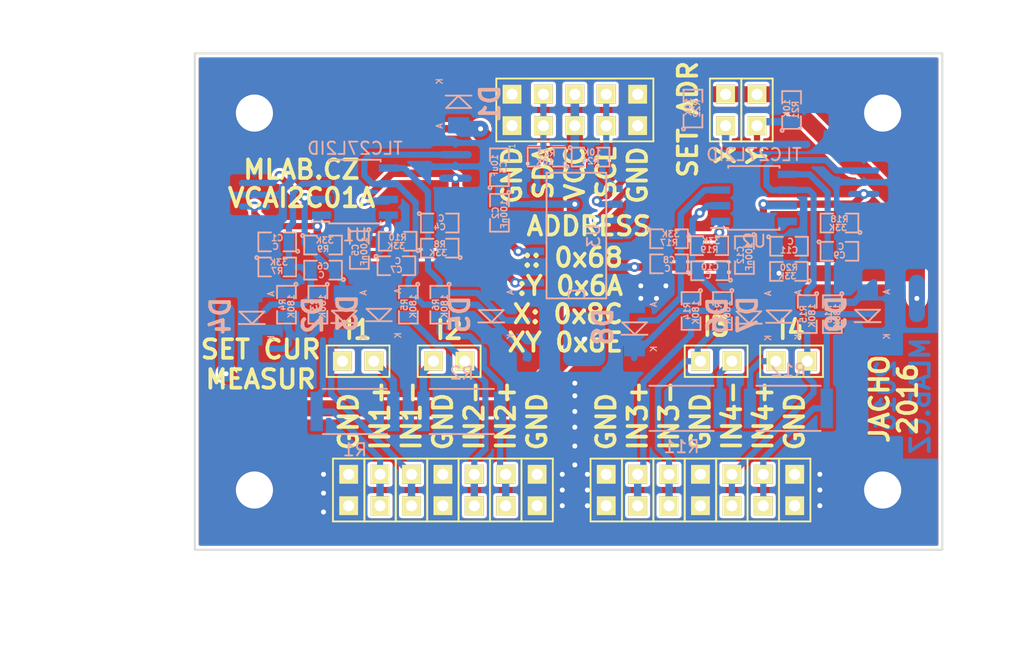
<source format=kicad_pcb>
(kicad_pcb (version 20160815) (host pcbnew 201609251018+7233~55~ubuntu16.04.1-)
  (layers (0 F.Cu signal) (31 B.Cu signal) (34 B.Paste user) (35 F.Paste user) (36 B.SilkS user hide) (37 F.SilkS user) (38 B.Mask user) (39 F.Mask user) (44 Edge.Cuts user))
  (net 0 "")
  (net 1 GND)
  (net 2 VCC)
  (net 3 /OUT1)
  (net 4 /OUT2)
  (net 5 /OUT3)
  (net 6 /OUT4)
  (net 7 "Net-(J2-Pad2)")
  (net 8 "Net-(J4-Pad2)")
  (net 9 "Net-(J6-Pad2)")
  (net 10 "Net-(J8-Pad2)")
  (net 11 /SDA)
  (net 12 /SCL)
  (net 13 /A0)
  (net 14 /A1)
  (net 15 /IN1-)
  (net 16 /IN1+)
  (net 17 /IN2+)
  (net 18 /IN3+)
  (net 19 /IN4+)
  (net 20 /IN2-)
  (net 21 /IN3-)
  (net 22 /IN4-)
  (net 23 /IN1_2+)
  (net 24 /IN2_2+)
  (net 25 /IN1_2-)
  (net 26 /IN2_2-)
  (net 27 /IN3_2+)
  (net 28 /IN4_2+)
  (net 29 /IN3_2-)
  (net 30 /IN4_2-)
  (module Mlab_IO:SOIC-8_3.9x4.9mm_Pitch1.27mm (layer B.Cu) (at 45.466 -28.702)
    (fp_text reference U2 (at 0 3.5) (layer B.SilkS) (effects (justify mirror)))
    (fp_text value TLC27L2ID (at 0 -3.5) (layer B.SilkS) (effects (justify mirror)))
    (pad 8 smd rect (at 2.7 1.905) (size 1.55 0.6) (layers B.Cu B.Paste B.Mask) (net 2 VCC))
    (pad 7 smd rect (at 2.7 0.635) (size 1.55 0.6) (layers B.Cu B.Paste B.Mask) (net 6 /OUT4))
    (pad 6 smd rect (at 2.7 -0.635) (size 1.55 0.6) (layers B.Cu B.Paste B.Mask) (net 30 /IN4_2-))
    (pad 5 smd rect (at 2.7 -1.905) (size 1.55 0.6) (layers B.Cu B.Paste B.Mask) (net 28 /IN4_2+))
    (pad 4 smd rect (at -2.7 -1.905) (size 1.55 0.6) (layers B.Cu B.Paste B.Mask) (net 1 GND))
    (pad 3 smd rect (at -2.7 -0.635) (size 1.55 0.6) (layers B.Cu B.Paste B.Mask) (net 27 /IN3_2+))
    (pad 2 smd rect (at -2.7 0.635) (size 1.55 0.6) (layers B.Cu B.Paste B.Mask) (net 29 /IN3_2-))
    (pad 1 smd rect (at -2.7 1.905) (size 1.55 0.6) (layers B.Cu B.Paste B.Mask) (net 5 /OUT3))
  )
  (module Mlab_R:SMD-0805 (layer B.Cu) (at 40.5384 -35.9283 90)
    (fp_text reference R22 (at 0 0.3175 90) (layer B.SilkS) (effects (font (size 0.50038 0.50038) (thickness 0.10922)) (justify mirror)))
    (fp_text value 10K (at 0.127 -0.381 90) (layer B.SilkS) (effects (font (size 0.50038 0.50038) (thickness 0.10922)) (justify mirror)))
    (pad 2 smd rect (at 0.9525 0 90) (size 0.889 1.397) (layers B.Cu B.Paste B.Mask) (net 1 GND))
    (pad 1 smd rect (at -0.9525 0 90) (size 0.889 1.397) (layers B.Cu B.Paste B.Mask) (net 13 /A0))
  )
  (module Mlab_R:SMD-0805 (layer B.Cu) (at 6.9215 -25.146 180)
    (fp_text reference C1 (at 0 0.3175 180) (layer B.SilkS) (effects (font (size 0.50038 0.50038) (thickness 0.10922)) (justify mirror)))
    (fp_text value C (at 0.127 -0.381 180) (layer B.SilkS) (effects (font (size 0.50038 0.50038) (thickness 0.10922)) (justify mirror)))
    (pad 2 smd rect (at 0.9525 0 180) (size 0.889 1.397) (layers B.Cu B.Paste B.Mask) (net 1 GND))
    (pad 1 smd rect (at -0.9525 0 180) (size 0.889 1.397) (layers B.Cu B.Paste B.Mask) (net 23 /IN1_2+))
  )
  (module Mlab_R:SMD-0805 (layer B.Cu) (at 10.6299 -22.86 180)
    (fp_text reference C6 (at 0 0.3175 180) (layer B.SilkS) (effects (font (size 0.50038 0.50038) (thickness 0.10922)) (justify mirror)))
    (fp_text value C (at 0.127 -0.381 180) (layer B.SilkS) (effects (font (size 0.50038 0.50038) (thickness 0.10922)) (justify mirror)))
    (pad 2 smd rect (at 0.9525 0 180) (size 0.889 1.397) (layers B.Cu B.Paste B.Mask) (net 25 /IN1_2-))
    (pad 1 smd rect (at -0.9525 0 180) (size 0.889 1.397) (layers B.Cu B.Paste B.Mask) (net 3 /OUT1))
  )
  (module Mlab_R:SMD-0805 (layer B.Cu) (at 38.608 -25.4)
    (fp_text reference R17 (at 0 0.3175) (layer B.SilkS) (effects (font (size 0.50038 0.50038) (thickness 0.10922)) (justify mirror)))
    (fp_text value 33K (at 0.127 -0.381) (layer B.SilkS) (effects (font (size 0.50038 0.50038) (thickness 0.10922)) (justify mirror)))
    (pad 2 smd rect (at 0.9525 0) (size 0.889 1.397) (layers B.Cu B.Paste B.Mask) (net 27 /IN3_2+))
    (pad 1 smd rect (at -0.9525 0) (size 0.889 1.397) (layers B.Cu B.Paste B.Mask) (net 1 GND))
  )
  (module Mlab_D:MiniMELF_Standard (layer B.Cu) (at 4.8768 -19.1516 270)
    (fp_text reference D4 (at 0 2.54 270) (layer B.SilkS) (effects (font (thickness 0.3048)) (justify mirror)))
    (fp_text value BAS85 hide)
    (fp_text user K (at 1.80086 -1.5494 270) (layer B.SilkS) (effects (font (size 0.50038 0.50038) (thickness 0.09906)) (justify mirror)))
    (fp_text user A (at -1.80086 -1.5494 270) (layer B.SilkS) (effects (font (size 0.50038 0.50038) (thickness 0.09906)) (justify mirror)))
    (pad 1 smd rect (at 1.75006 0 270) (size 1.30048 1.69926) (layers B.Cu B.Paste B.Mask) (net 2 VCC))
    (pad 2 smd rect (at -1.75006 0 270) (size 1.30048 1.69926) (layers B.Cu B.Paste B.Mask) (net 23 /IN1_2+))
  )
  (module Mlab_R:SMD-0805 (layer B.Cu) (at 24.892 -27.4955 270)
    (fp_text reference C2 (at 0 0.3175 270) (layer B.SilkS) (effects (font (size 0.50038 0.50038) (thickness 0.10922)) (justify mirror)))
    (fp_text value 100nF (at 0.127 -0.381 270) (layer B.SilkS) (effects (font (size 0.50038 0.50038) (thickness 0.10922)) (justify mirror)))
    (pad 2 smd rect (at 0.9525 0 270) (size 0.889 1.397) (layers B.Cu B.Paste B.Mask) (net 1 GND))
    (pad 1 smd rect (at -0.9525 0 270) (size 0.889 1.397) (layers B.Cu B.Paste B.Mask) (net 2 VCC))
  )
  (module Mlab_R:SMD-0805 (layer B.Cu) (at 24.892 -31.1785 90)
    (fp_text reference C3 (at 0 0.3175 90) (layer B.SilkS) (effects (font (size 0.50038 0.50038) (thickness 0.10922)) (justify mirror)))
    (fp_text value 10uF (at 0.127 -0.381 90) (layer B.SilkS) (effects (font (size 0.50038 0.50038) (thickness 0.10922)) (justify mirror)))
    (pad 2 smd rect (at 0.9525 0 90) (size 0.889 1.397) (layers B.Cu B.Paste B.Mask) (net 1 GND))
    (pad 1 smd rect (at -0.9525 0 90) (size 0.889 1.397) (layers B.Cu B.Paste B.Mask) (net 2 VCC))
  )
  (module Mlab_R:SMD-0805 (layer B.Cu) (at 20.066 -26.67)
    (fp_text reference C4 (at 0 0.3175) (layer B.SilkS) (effects (font (size 0.50038 0.50038) (thickness 0.10922)) (justify mirror)))
    (fp_text value C (at 0.127 -0.381) (layer B.SilkS) (effects (font (size 0.50038 0.50038) (thickness 0.10922)) (justify mirror)))
    (pad 2 smd rect (at 0.9525 0) (size 0.889 1.397) (layers B.Cu B.Paste B.Mask) (net 1 GND))
    (pad 1 smd rect (at -0.9525 0) (size 0.889 1.397) (layers B.Cu B.Paste B.Mask) (net 24 /IN2_2+))
  )
  (module Mlab_R:SMD-0805 (layer B.Cu) (at 13.5636 -24.4856 270)
    (fp_text reference C5 (at 0 0.3175 270) (layer B.SilkS) (effects (font (size 0.50038 0.50038) (thickness 0.10922)) (justify mirror)))
    (fp_text value 100nF (at 0.127 -0.381 270) (layer B.SilkS) (effects (font (size 0.50038 0.50038) (thickness 0.10922)) (justify mirror)))
    (pad 2 smd rect (at 0.9525 0 270) (size 0.889 1.397) (layers B.Cu B.Paste B.Mask) (net 1 GND))
    (pad 1 smd rect (at -0.9525 0 270) (size 0.889 1.397) (layers B.Cu B.Paste B.Mask) (net 2 VCC))
  )
  (module Mlab_R:SMD-0805 (layer B.Cu) (at 16.5608 -23.2156)
    (fp_text reference C7 (at 0 0.3175) (layer B.SilkS) (effects (font (size 0.50038 0.50038) (thickness 0.10922)) (justify mirror)))
    (fp_text value C (at 0.127 -0.381) (layer B.SilkS) (effects (font (size 0.50038 0.50038) (thickness 0.10922)) (justify mirror)))
    (pad 2 smd rect (at 0.9525 0) (size 0.889 1.397) (layers B.Cu B.Paste B.Mask) (net 26 /IN2_2-))
    (pad 1 smd rect (at -0.9525 0) (size 0.889 1.397) (layers B.Cu B.Paste B.Mask) (net 4 /OUT2))
  )
  (module Mlab_R:SMD-0805 (layer B.Cu) (at 38.608 -23.368 180)
    (fp_text reference C8 (at 0 0.3175 180) (layer B.SilkS) (effects (font (size 0.50038 0.50038) (thickness 0.10922)) (justify mirror)))
    (fp_text value C (at 0.127 -0.381 180) (layer B.SilkS) (effects (font (size 0.50038 0.50038) (thickness 0.10922)) (justify mirror)))
    (pad 2 smd rect (at 0.9525 0 180) (size 0.889 1.397) (layers B.Cu B.Paste B.Mask) (net 1 GND))
    (pad 1 smd rect (at -0.9525 0 180) (size 0.889 1.397) (layers B.Cu B.Paste B.Mask) (net 27 /IN3_2+))
  )
  (module Mlab_R:SMD-0805 (layer B.Cu) (at 52.3875 -24.384)
    (fp_text reference C9 (at 0 0.3175) (layer B.SilkS) (effects (font (size 0.50038 0.50038) (thickness 0.10922)) (justify mirror)))
    (fp_text value C (at 0.127 -0.381) (layer B.SilkS) (effects (font (size 0.50038 0.50038) (thickness 0.10922)) (justify mirror)))
    (pad 2 smd rect (at 0.9525 0) (size 0.889 1.397) (layers B.Cu B.Paste B.Mask) (net 1 GND))
    (pad 1 smd rect (at -0.9525 0) (size 0.889 1.397) (layers B.Cu B.Paste B.Mask) (net 28 /IN4_2+))
  )
  (module Mlab_R:SMD-0805 (layer B.Cu) (at 41.9227 -22.8092 180)
    (fp_text reference C10 (at 0 0.3175 180) (layer B.SilkS) (effects (font (size 0.50038 0.50038) (thickness 0.10922)) (justify mirror)))
    (fp_text value C (at 0.127 -0.381 180) (layer B.SilkS) (effects (font (size 0.50038 0.50038) (thickness 0.10922)) (justify mirror)))
    (pad 2 smd rect (at 0.9525 0 180) (size 0.889 1.397) (layers B.Cu B.Paste B.Mask) (net 29 /IN3_2-))
    (pad 1 smd rect (at -0.9525 0 180) (size 0.889 1.397) (layers B.Cu B.Paste B.Mask) (net 5 /OUT3))
  )
  (module Mlab_R:SMD-0805 (layer B.Cu) (at 48.3108 -24.7904)
    (fp_text reference C11 (at 0 0.3175) (layer B.SilkS) (effects (font (size 0.50038 0.50038) (thickness 0.10922)) (justify mirror)))
    (fp_text value C (at 0.127 -0.381) (layer B.SilkS) (effects (font (size 0.50038 0.50038) (thickness 0.10922)) (justify mirror)))
    (pad 2 smd rect (at 0.9525 0) (size 0.889 1.397) (layers B.Cu B.Paste B.Mask) (net 30 /IN4_2-))
    (pad 1 smd rect (at -0.9525 0) (size 0.889 1.397) (layers B.Cu B.Paste B.Mask) (net 6 /OUT4))
  )
  (module Mlab_D:Diode-MiniMELF_Standard (layer B.Cu) (at 21.59 -36.322 90)
    (fp_text reference D1 (at 0 2.54 90) (layer B.SilkS) (effects (font (thickness 0.3048)) (justify mirror)))
    (fp_text value BZV55C hide)
    (fp_text user K (at 1.80086 -1.5494 90) (layer B.SilkS) (effects (font (size 0.50038 0.50038) (thickness 0.09906)) (justify mirror)))
    (fp_text user A (at -1.80086 -1.5494 90) (layer B.SilkS) (effects (font (size 0.50038 0.50038) (thickness 0.09906)) (justify mirror)))
    (pad 1 smd rect (at 1.75006 0 90) (size 1.30048 1.69926) (layers B.Cu B.Paste B.Mask) (net 1 GND))
    (pad 2 smd rect (at -1.75006 0 90) (size 1.30048 1.69926) (layers B.Cu B.Paste B.Mask) (net 2 VCC))
  )
  (module Mlab_D:MiniMELF_Standard (layer B.Cu) (at 12.3444 -19.23034 270)
    (fp_text reference D2 (at 0 2.54 270) (layer B.SilkS) (effects (font (thickness 0.3048)) (justify mirror)))
    (fp_text value BAS85 hide)
    (fp_text user K (at 1.80086 -1.5494 270) (layer B.SilkS) (effects (font (size 0.50038 0.50038) (thickness 0.09906)) (justify mirror)))
    (fp_text user A (at -1.80086 -1.5494 270) (layer B.SilkS) (effects (font (size 0.50038 0.50038) (thickness 0.09906)) (justify mirror)))
    (pad 1 smd rect (at 1.75006 0 270) (size 1.30048 1.69926) (layers B.Cu B.Paste B.Mask) (net 2 VCC))
    (pad 2 smd rect (at -1.75006 0 270) (size 1.30048 1.69926) (layers B.Cu B.Paste B.Mask) (net 25 /IN1_2-))
  )
  (module Mlab_D:MiniMELF_Standard (layer B.Cu) (at 15.1384 -19.38274 270)
    (fp_text reference D3 (at 0 2.54 270) (layer B.SilkS) (effects (font (thickness 0.3048)) (justify mirror)))
    (fp_text value BAS85 hide)
    (fp_text user K (at 1.80086 -1.5494 270) (layer B.SilkS) (effects (font (size 0.50038 0.50038) (thickness 0.09906)) (justify mirror)))
    (fp_text user A (at -1.80086 -1.5494 270) (layer B.SilkS) (effects (font (size 0.50038 0.50038) (thickness 0.09906)) (justify mirror)))
    (pad 1 smd rect (at 1.75006 0 270) (size 1.30048 1.69926) (layers B.Cu B.Paste B.Mask) (net 2 VCC))
    (pad 2 smd rect (at -1.75006 0 270) (size 1.30048 1.69926) (layers B.Cu B.Paste B.Mask) (net 26 /IN2_2-))
  )
  (module Mlab_D:MiniMELF_Standard (layer B.Cu) (at 24.2316 -19.28114 270)
    (fp_text reference D5 (at 0 2.54 270) (layer B.SilkS) (effects (font (thickness 0.3048)) (justify mirror)))
    (fp_text value BAS85 hide)
    (fp_text user K (at 1.80086 -1.5494 270) (layer B.SilkS) (effects (font (size 0.50038 0.50038) (thickness 0.09906)) (justify mirror)))
    (fp_text user A (at -1.80086 -1.5494 270) (layer B.SilkS) (effects (font (size 0.50038 0.50038) (thickness 0.09906)) (justify mirror)))
    (pad 1 smd rect (at 1.75006 0 270) (size 1.30048 1.69926) (layers B.Cu B.Paste B.Mask) (net 2 VCC))
    (pad 2 smd rect (at -1.75006 0 270) (size 1.30048 1.69926) (layers B.Cu B.Paste B.Mask) (net 24 /IN2_2+))
  )
  (module Mlab_D:MiniMELF_Standard (layer B.Cu) (at 45.0596 -19.17954 270)
    (fp_text reference D6 (at 0 2.54 270) (layer B.SilkS) (effects (font (thickness 0.3048)) (justify mirror)))
    (fp_text value BAS85 hide)
    (fp_text user K (at 1.80086 -1.5494 270) (layer B.SilkS) (effects (font (size 0.50038 0.50038) (thickness 0.09906)) (justify mirror)))
    (fp_text user A (at -1.80086 -1.5494 270) (layer B.SilkS) (effects (font (size 0.50038 0.50038) (thickness 0.09906)) (justify mirror)))
    (pad 1 smd rect (at 1.75006 0 270) (size 1.30048 1.69926) (layers B.Cu B.Paste B.Mask) (net 2 VCC))
    (pad 2 smd rect (at -1.75006 0 270) (size 1.30048 1.69926) (layers B.Cu B.Paste B.Mask) (net 29 /IN3_2-))
  )
  (module Mlab_D:MiniMELF_Standard (layer B.Cu) (at 47.498 -19.2532 270)
    (fp_text reference D7 (at 0 2.54 270) (layer B.SilkS) (effects (font (thickness 0.3048)) (justify mirror)))
    (fp_text value BAS85 hide)
    (fp_text user K (at 1.80086 -1.5494 270) (layer B.SilkS) (effects (font (size 0.50038 0.50038) (thickness 0.09906)) (justify mirror)))
    (fp_text user A (at -1.80086 -1.5494 270) (layer B.SilkS) (effects (font (size 0.50038 0.50038) (thickness 0.09906)) (justify mirror)))
    (pad 1 smd rect (at 1.75006 0 270) (size 1.30048 1.69926) (layers B.Cu B.Paste B.Mask) (net 2 VCC))
    (pad 2 smd rect (at -1.75006 0 270) (size 1.30048 1.69926) (layers B.Cu B.Paste B.Mask) (net 30 /IN4_2-))
  )
  (module Mlab_D:MiniMELF_Standard (layer B.Cu) (at 35.814 -18.288 270)
    (fp_text reference D8 (at 0 2.54 270) (layer B.SilkS) (effects (font (thickness 0.3048)) (justify mirror)))
    (fp_text value BAS85 hide)
    (fp_text user K (at 1.80086 -1.5494 270) (layer B.SilkS) (effects (font (size 0.50038 0.50038) (thickness 0.09906)) (justify mirror)))
    (fp_text user A (at -1.80086 -1.5494 270) (layer B.SilkS) (effects (font (size 0.50038 0.50038) (thickness 0.09906)) (justify mirror)))
    (pad 1 smd rect (at 1.75006 0 270) (size 1.30048 1.69926) (layers B.Cu B.Paste B.Mask) (net 2 VCC))
    (pad 2 smd rect (at -1.75006 0 270) (size 1.30048 1.69926) (layers B.Cu B.Paste B.Mask) (net 27 /IN3_2+))
  )
  (module Mlab_D:MiniMELF_Standard (layer B.Cu) (at 54.6608 -19.304 270)
    (fp_text reference D9 (at 0 2.54 270) (layer B.SilkS) (effects (font (thickness 0.3048)) (justify mirror)))
    (fp_text value BAS85 hide)
    (fp_text user K (at 1.80086 -1.5494 270) (layer B.SilkS) (effects (font (size 0.50038 0.50038) (thickness 0.09906)) (justify mirror)))
    (fp_text user A (at -1.80086 -1.5494 270) (layer B.SilkS) (effects (font (size 0.50038 0.50038) (thickness 0.09906)) (justify mirror)))
    (pad 1 smd rect (at 1.75006 0 270) (size 1.30048 1.69926) (layers B.Cu B.Paste B.Mask) (net 2 VCC))
    (pad 2 smd rect (at -1.75006 0 270) (size 1.30048 1.69926) (layers B.Cu B.Paste B.Mask) (net 28 /IN4_2+))
  )
  (module Mlab_Pin_Headers:Straight_1x02 (layer F.Cu) (at 13.462 -15.494 90)
    (fp_text reference J2 hide)
    (fp_text value CONN_2 hide)
    (pad 1 thru_hole rect (at 0 -1.27 90) (size 1.524 1.524) (drill 0.889) (layers *.Cu *.Mask F.SilkS) (net 15 /IN1-))
    (pad 2 thru_hole rect (at 0 1.27 90) (size 1.524 1.524) (drill 0.889) (layers *.Cu *.Mask F.SilkS) (net 7 "Net-(J2-Pad2)"))
  )
  (module Mlab_Pin_Headers:Straight_1x02 (layer F.Cu) (at 20.828 -15.494 270)
    (fp_text reference J4 hide)
    (fp_text value CONN_2 hide)
    (pad 1 thru_hole rect (at 0 -1.27 270) (size 1.524 1.524) (drill 0.889) (layers *.Cu *.Mask F.SilkS) (net 20 /IN2-))
    (pad 2 thru_hole rect (at 0 1.27 270) (size 1.524 1.524) (drill 0.889) (layers *.Cu *.Mask F.SilkS) (net 8 "Net-(J4-Pad2)"))
  )
  (module Mlab_Pin_Headers:Straight_1x02 (layer F.Cu) (at 42.418 -15.494 90)
    (fp_text reference J6 hide)
    (fp_text value CONN_2 hide)
    (pad 1 thru_hole rect (at 0 -1.27 90) (size 1.524 1.524) (drill 0.889) (layers *.Cu *.Mask F.SilkS) (net 21 /IN3-))
    (pad 2 thru_hole rect (at 0 1.27 90) (size 1.524 1.524) (drill 0.889) (layers *.Cu *.Mask F.SilkS) (net 9 "Net-(J6-Pad2)"))
  )
  (module Mlab_Pin_Headers:Straight_1x02 (layer F.Cu) (at 48.514 -15.494 270)
    (fp_text reference J8 hide)
    (fp_text value CONN_2 hide)
    (pad 1 thru_hole rect (at 0 -1.27 270) (size 1.524 1.524) (drill 0.889) (layers *.Cu *.Mask F.SilkS) (net 22 /IN4-))
    (pad 2 thru_hole rect (at 0 1.27 270) (size 1.524 1.524) (drill 0.889) (layers *.Cu *.Mask F.SilkS) (net 10 "Net-(J8-Pad2)"))
  )
  (module Mlab_Pin_Headers:Straight_2x01 (layer F.Cu) (at 43.18 -35.814 90)
    (fp_text reference J10 hide)
    (fp_text value JUMP2_2x1 hide)
    (pad 2 thru_hole rect (at 1.27 0 90) (size 1.524 1.524) (drill 0.889) (layers *.Cu *.Mask F.SilkS) (net 2 VCC))
    (pad 1 thru_hole rect (at -1.27 0 90) (size 1.524 1.524) (drill 0.889) (layers *.Cu *.Mask F.SilkS) (net 13 /A0))
  )
  (module Mlab_Pin_Headers:Straight_2x01 (layer F.Cu) (at 45.72 -35.814 90)
    (fp_text reference J11 hide)
    (fp_text value JUMP2_2x1 hide)
    (pad 2 thru_hole rect (at 1.27 0 90) (size 1.524 1.524) (drill 0.889) (layers *.Cu *.Mask F.SilkS) (net 2 VCC))
    (pad 1 thru_hole rect (at -1.27 0 90) (size 1.524 1.524) (drill 0.889) (layers *.Cu *.Mask F.SilkS) (net 14 /A1))
  )
  (module Mlab_Pin_Headers:Straight_2x05 (layer F.Cu) (at 30.988 -35.814 90)
    (fp_text reference J13 hide)
    (fp_text value JUMP_5X2 hide)
    (fp_text user 1 (at -2.921 -5.08 90) (layer F.SilkS) (effects (font (size 0.5 0.5) (thickness 0.05))))
    (pad 10 thru_hole rect (at 1.27 5.08 90) (size 1.524 1.524) (drill 0.889) (layers *.Cu *.Mask F.SilkS) (net 1 GND))
    (pad 9 thru_hole rect (at -1.27 5.08 90) (size 1.524 1.524) (drill 0.889) (layers *.Cu *.Mask F.SilkS) (net 1 GND))
    (pad 8 thru_hole rect (at 1.27 2.54 90) (size 1.524 1.524) (drill 0.889) (layers *.Cu *.Mask F.SilkS) (net 12 /SCL))
    (pad 7 thru_hole rect (at -1.27 2.54 90) (size 1.524 1.524) (drill 0.889) (layers *.Cu *.Mask F.SilkS) (net 12 /SCL))
    (pad 6 thru_hole rect (at 1.27 0 90) (size 1.524 1.524) (drill 0.889) (layers *.Cu *.Mask F.SilkS) (net 2 VCC))
    (pad 5 thru_hole rect (at -1.27 0 90) (size 1.524 1.524) (drill 0.889) (layers *.Cu *.Mask F.SilkS) (net 2 VCC))
    (pad 4 thru_hole rect (at 1.27 -2.54 90) (size 1.524 1.524) (drill 0.889) (layers *.Cu *.Mask F.SilkS) (net 11 /SDA))
    (pad 3 thru_hole rect (at -1.27 -2.54 90) (size 1.524 1.524) (drill 0.889) (layers *.Cu *.Mask F.SilkS) (net 11 /SDA))
    (pad 2 thru_hole rect (at 1.27 -5.08 90) (size 1.524 1.524) (drill 0.889) (layers *.Cu *.Mask F.SilkS) (net 1 GND))
    (pad 1 thru_hole rect (at -1.27 -5.08 90) (size 1.524 1.524) (drill 0.889) (layers *.Cu *.Mask F.SilkS) (net 1 GND))
  )
  (module Mlab_Mechanical:MountingHole_3mm (layer F.Cu) (at 55.88 -35.56)
    (fp_text reference M1 hide)
    (fp_text value HOLE hide)
    (pad 1 thru_hole circle (at 0 0) (size 6 6) (drill 3) (layers *.Cu *.Adhes *.Mask) (net 1 GND) (clearance 1))
  )
  (module Mlab_Mechanical:MountingHole_3mm (layer F.Cu) (at 5.08 -5.08)
    (fp_text reference M2 hide)
    (fp_text value HOLE hide)
    (pad 1 thru_hole circle (at 0 0) (size 6 6) (drill 3) (layers *.Cu *.Adhes *.Mask) (net 1 GND) (clearance 1))
  )
  (module Mlab_Mechanical:MountingHole_3mm (layer F.Cu) (at 55.88 -5.08)
    (fp_text reference M3 hide)
    (fp_text value HOLE hide)
    (pad 1 thru_hole circle (at 0 0) (size 6 6) (drill 3) (layers *.Cu *.Adhes *.Mask) (net 1 GND) (clearance 1))
  )
  (module Mlab_Mechanical:MountingHole_3mm (layer F.Cu) (at 5.08 -35.56)
    (fp_text reference M4 hide)
    (fp_text value HOLE hide)
    (pad 1 thru_hole circle (at 0 0) (size 6 6) (drill 3) (layers *.Cu *.Adhes *.Mask) (net 1 GND) (clearance 1))
  )
  (module Mlab_R:SMD-0805 (layer B.Cu) (at 10.2108 -20.066 270)
    (fp_text reference R3 (at 0 0.3175 270) (layer B.SilkS) (effects (font (size 0.50038 0.50038) (thickness 0.10922)) (justify mirror)))
    (fp_text value 180K (at 0.127 -0.381 270) (layer B.SilkS) (effects (font (size 0.50038 0.50038) (thickness 0.10922)) (justify mirror)))
    (pad 2 smd rect (at 0.9525 0 270) (size 0.889 1.397) (layers B.Cu B.Paste B.Mask) (net 15 /IN1-))
    (pad 1 smd rect (at -0.9525 0 270) (size 0.889 1.397) (layers B.Cu B.Paste B.Mask) (net 25 /IN1_2-))
  )
  (module Mlab_R:SMD-0805 (layer B.Cu) (at 7.6708 -20.066 270)
    (fp_text reference R4 (at 0 0.3175 270) (layer B.SilkS) (effects (font (size 0.50038 0.50038) (thickness 0.10922)) (justify mirror)))
    (fp_text value 180K (at 0.127 -0.381 270) (layer B.SilkS) (effects (font (size 0.50038 0.50038) (thickness 0.10922)) (justify mirror)))
    (pad 2 smd rect (at 0.9525 0 270) (size 0.889 1.397) (layers B.Cu B.Paste B.Mask) (net 16 /IN1+))
    (pad 1 smd rect (at -0.9525 0 270) (size 0.889 1.397) (layers B.Cu B.Paste B.Mask) (net 23 /IN1_2+))
  )
  (module Mlab_R:SMD-0805 (layer B.Cu) (at 17.526 -20.066 270)
    (fp_text reference R5 (at 0 0.3175 270) (layer B.SilkS) (effects (font (size 0.50038 0.50038) (thickness 0.10922)) (justify mirror)))
    (fp_text value 180K (at 0.127 -0.381 270) (layer B.SilkS) (effects (font (size 0.50038 0.50038) (thickness 0.10922)) (justify mirror)))
    (pad 2 smd rect (at 0.9525 0 270) (size 0.889 1.397) (layers B.Cu B.Paste B.Mask) (net 20 /IN2-))
    (pad 1 smd rect (at -0.9525 0 270) (size 0.889 1.397) (layers B.Cu B.Paste B.Mask) (net 26 /IN2_2-))
  )
  (module Mlab_R:SMD-0805 (layer B.Cu) (at 20.066 -20.066 270)
    (fp_text reference R6 (at 0 0.3175 270) (layer B.SilkS) (effects (font (size 0.50038 0.50038) (thickness 0.10922)) (justify mirror)))
    (fp_text value 180K (at 0.127 -0.381 270) (layer B.SilkS) (effects (font (size 0.50038 0.50038) (thickness 0.10922)) (justify mirror)))
    (pad 2 smd rect (at 0.9525 0 270) (size 0.889 1.397) (layers B.Cu B.Paste B.Mask) (net 17 /IN2+))
    (pad 1 smd rect (at -0.9525 0 270) (size 0.889 1.397) (layers B.Cu B.Paste B.Mask) (net 24 /IN2_2+))
  )
  (module Mlab_R:SMD-0805 (layer B.Cu) (at 6.9215 -23.114)
    (fp_text reference R7 (at 0 0.3175) (layer B.SilkS) (effects (font (size 0.50038 0.50038) (thickness 0.10922)) (justify mirror)))
    (fp_text value 33K (at 0.127 -0.381) (layer B.SilkS) (effects (font (size 0.50038 0.50038) (thickness 0.10922)) (justify mirror)))
    (pad 2 smd rect (at 0.9525 0) (size 0.889 1.397) (layers B.Cu B.Paste B.Mask) (net 23 /IN1_2+))
    (pad 1 smd rect (at -0.9525 0) (size 0.889 1.397) (layers B.Cu B.Paste B.Mask) (net 1 GND))
  )
  (module Mlab_R:SMD-0805 (layer B.Cu) (at 20.066 -24.638 180)
    (fp_text reference R8 (at 0 0.3175 180) (layer B.SilkS) (effects (font (size 0.50038 0.50038) (thickness 0.10922)) (justify mirror)))
    (fp_text value 33K (at 0.127 -0.381 180) (layer B.SilkS) (effects (font (size 0.50038 0.50038) (thickness 0.10922)) (justify mirror)))
    (pad 2 smd rect (at 0.9525 0 180) (size 0.889 1.397) (layers B.Cu B.Paste B.Mask) (net 24 /IN2_2+))
    (pad 1 smd rect (at -0.9525 0 180) (size 0.889 1.397) (layers B.Cu B.Paste B.Mask) (net 1 GND))
  )
  (module Mlab_R:SMD-0805 (layer B.Cu) (at 10.6299 -24.892)
    (fp_text reference R9 (at 0 0.3175) (layer B.SilkS) (effects (font (size 0.50038 0.50038) (thickness 0.10922)) (justify mirror)))
    (fp_text value 33K (at 0.127 -0.381) (layer B.SilkS) (effects (font (size 0.50038 0.50038) (thickness 0.10922)) (justify mirror)))
    (pad 2 smd rect (at 0.9525 0) (size 0.889 1.397) (layers B.Cu B.Paste B.Mask) (net 3 /OUT1))
    (pad 1 smd rect (at -0.9525 0) (size 0.889 1.397) (layers B.Cu B.Paste B.Mask) (net 25 /IN1_2-))
  )
  (module Mlab_R:SMD-0805 (layer B.Cu) (at 16.6624 -25.1968 180)
    (fp_text reference R10 (at 0 0.3175 180) (layer B.SilkS) (effects (font (size 0.50038 0.50038) (thickness 0.10922)) (justify mirror)))
    (fp_text value 33K (at 0.127 -0.381 180) (layer B.SilkS) (effects (font (size 0.50038 0.50038) (thickness 0.10922)) (justify mirror)))
    (pad 2 smd rect (at 0.9525 0 180) (size 0.889 1.397) (layers B.Cu B.Paste B.Mask) (net 4 /OUT2))
    (pad 1 smd rect (at -0.9525 0 180) (size 0.889 1.397) (layers B.Cu B.Paste B.Mask) (net 26 /IN2_2-))
  )
  (module Mlab_R:SMD-0805 (layer B.Cu) (at 42.926 -19.558 270)
    (fp_text reference R13 (at 0 0.3175 270) (layer B.SilkS) (effects (font (size 0.50038 0.50038) (thickness 0.10922)) (justify mirror)))
    (fp_text value 180K (at 0.127 -0.381 270) (layer B.SilkS) (effects (font (size 0.50038 0.50038) (thickness 0.10922)) (justify mirror)))
    (pad 2 smd rect (at 0.9525 0 270) (size 0.889 1.397) (layers B.Cu B.Paste B.Mask) (net 21 /IN3-))
    (pad 1 smd rect (at -0.9525 0 270) (size 0.889 1.397) (layers B.Cu B.Paste B.Mask) (net 29 /IN3_2-))
  )
  (module Mlab_R:SMD-0805 (layer B.Cu) (at 40.386 -19.558 270)
    (fp_text reference R14 (at 0 0.3175 270) (layer B.SilkS) (effects (font (size 0.50038 0.50038) (thickness 0.10922)) (justify mirror)))
    (fp_text value 180K (at 0.127 -0.381 270) (layer B.SilkS) (effects (font (size 0.50038 0.50038) (thickness 0.10922)) (justify mirror)))
    (pad 2 smd rect (at 0.9525 0 270) (size 0.889 1.397) (layers B.Cu B.Paste B.Mask) (net 18 /IN3+))
    (pad 1 smd rect (at -0.9525 0 270) (size 0.889 1.397) (layers B.Cu B.Paste B.Mask) (net 27 /IN3_2+))
  )
  (module Mlab_R:SMD-0805 (layer B.Cu) (at 49.784 -19.304 270)
    (fp_text reference R15 (at 0 0.3175 270) (layer B.SilkS) (effects (font (size 0.50038 0.50038) (thickness 0.10922)) (justify mirror)))
    (fp_text value 180K (at 0.127 -0.381 270) (layer B.SilkS) (effects (font (size 0.50038 0.50038) (thickness 0.10922)) (justify mirror)))
    (pad 2 smd rect (at 0.9525 0 270) (size 0.889 1.397) (layers B.Cu B.Paste B.Mask) (net 22 /IN4-))
    (pad 1 smd rect (at -0.9525 0 270) (size 0.889 1.397) (layers B.Cu B.Paste B.Mask) (net 30 /IN4_2-))
  )
  (module Mlab_R:SMD-0805 (layer B.Cu) (at 51.816 -19.304 270)
    (fp_text reference R16 (at 0 0.3175 270) (layer B.SilkS) (effects (font (size 0.50038 0.50038) (thickness 0.10922)) (justify mirror)))
    (fp_text value 180K (at 0.127 -0.381 270) (layer B.SilkS) (effects (font (size 0.50038 0.50038) (thickness 0.10922)) (justify mirror)))
    (pad 2 smd rect (at 0.9525 0 270) (size 0.889 1.397) (layers B.Cu B.Paste B.Mask) (net 19 /IN4+))
    (pad 1 smd rect (at -0.9525 0 270) (size 0.889 1.397) (layers B.Cu B.Paste B.Mask) (net 28 /IN4_2+))
  )
  (module Mlab_R:SMD-0805 (layer B.Cu) (at 52.3875 -26.67 180)
    (fp_text reference R18 (at 0 0.3175 180) (layer B.SilkS) (effects (font (size 0.50038 0.50038) (thickness 0.10922)) (justify mirror)))
    (fp_text value 33K (at 0.127 -0.381 180) (layer B.SilkS) (effects (font (size 0.50038 0.50038) (thickness 0.10922)) (justify mirror)))
    (pad 2 smd rect (at 0.9525 0 180) (size 0.889 1.397) (layers B.Cu B.Paste B.Mask) (net 28 /IN4_2+))
    (pad 1 smd rect (at -0.9525 0 180) (size 0.889 1.397) (layers B.Cu B.Paste B.Mask) (net 1 GND))
  )
  (module Mlab_R:SMD-0805 (layer B.Cu) (at 41.8719 -24.8412)
    (fp_text reference R19 (at 0 0.3175) (layer B.SilkS) (effects (font (size 0.50038 0.50038) (thickness 0.10922)) (justify mirror)))
    (fp_text value 33K (at 0.127 -0.381) (layer B.SilkS) (effects (font (size 0.50038 0.50038) (thickness 0.10922)) (justify mirror)))
    (pad 2 smd rect (at 0.9525 0) (size 0.889 1.397) (layers B.Cu B.Paste B.Mask) (net 5 /OUT3))
    (pad 1 smd rect (at -0.9525 0) (size 0.889 1.397) (layers B.Cu B.Paste B.Mask) (net 29 /IN3_2-))
  )
  (module Mlab_R:SMD-0805 (layer B.Cu) (at 48.2981 -22.7584 180)
    (fp_text reference R20 (at 0 0.3175 180) (layer B.SilkS) (effects (font (size 0.50038 0.50038) (thickness 0.10922)) (justify mirror)))
    (fp_text value 33K (at 0.127 -0.381 180) (layer B.SilkS) (effects (font (size 0.50038 0.50038) (thickness 0.10922)) (justify mirror)))
    (pad 2 smd rect (at 0.9525 0 180) (size 0.889 1.397) (layers B.Cu B.Paste B.Mask) (net 6 /OUT4))
    (pad 1 smd rect (at -0.9525 0 180) (size 0.889 1.397) (layers B.Cu B.Paste B.Mask) (net 30 /IN4_2-))
  )
  (module Mlab_R:SMD-0805 (layer B.Cu) (at 48.514 -35.814 90)
    (fp_text reference R21 (at 0 0.3175 90) (layer B.SilkS) (effects (font (size 0.50038 0.50038) (thickness 0.10922)) (justify mirror)))
    (fp_text value 10K (at 0.127 -0.381 90) (layer B.SilkS) (effects (font (size 0.50038 0.50038) (thickness 0.10922)) (justify mirror)))
    (pad 2 smd rect (at 0.9525 0 90) (size 0.889 1.397) (layers B.Cu B.Paste B.Mask) (net 1 GND))
    (pad 1 smd rect (at -0.9525 0 90) (size 0.889 1.397) (layers B.Cu B.Paste B.Mask) (net 14 /A1))
  )
  (module Mlab_R:SMD-0805 (layer B.Cu) (at 28.702 -32.004 180)
    (fp_text reference R23 (at 0 0.3175 180) (layer B.SilkS) (effects (font (size 0.50038 0.50038) (thickness 0.10922)) (justify mirror)))
    (fp_text value 10K (at 0.127 -0.381 180) (layer B.SilkS) (effects (font (size 0.50038 0.50038) (thickness 0.10922)) (justify mirror)))
    (pad 2 smd rect (at 0.9525 0 180) (size 0.889 1.397) (layers B.Cu B.Paste B.Mask) (net 11 /SDA))
    (pad 1 smd rect (at -0.9525 0 180) (size 0.889 1.397) (layers B.Cu B.Paste B.Mask) (net 2 VCC))
  )
  (module Mlab_R:SMD-0805 (layer B.Cu) (at 32.258 -32.004)
    (fp_text reference R24 (at 0 0.3175) (layer B.SilkS) (effects (font (size 0.50038 0.50038) (thickness 0.10922)) (justify mirror)))
    (fp_text value 10K (at 0.127 -0.381) (layer B.SilkS) (effects (font (size 0.50038 0.50038) (thickness 0.10922)) (justify mirror)))
    (pad 2 smd rect (at 0.9525 0) (size 0.889 1.397) (layers B.Cu B.Paste B.Mask) (net 12 /SCL))
    (pad 1 smd rect (at -0.9525 0) (size 0.889 1.397) (layers B.Cu B.Paste B.Mask) (net 2 VCC))
  )
  (module Mlab_IO:SOIC-8_3.9x4.9mm_Pitch1.27mm (layer B.Cu) (at 13.208 -29.21)
    (fp_text reference U1 (at 0 3.5) (layer B.SilkS) (effects (justify mirror)))
    (fp_text value TLC27L2ID (at 0 -3.5) (layer B.SilkS) (effects (justify mirror)))
    (pad 8 smd rect (at 2.7 1.905) (size 1.55 0.6) (layers B.Cu B.Paste B.Mask) (net 2 VCC))
    (pad 7 smd rect (at 2.7 0.635) (size 1.55 0.6) (layers B.Cu B.Paste B.Mask) (net 4 /OUT2))
    (pad 6 smd rect (at 2.7 -0.635) (size 1.55 0.6) (layers B.Cu B.Paste B.Mask) (net 26 /IN2_2-))
    (pad 5 smd rect (at 2.7 -1.905) (size 1.55 0.6) (layers B.Cu B.Paste B.Mask) (net 24 /IN2_2+))
    (pad 4 smd rect (at -2.7 -1.905) (size 1.55 0.6) (layers B.Cu B.Paste B.Mask) (net 1 GND))
    (pad 3 smd rect (at -2.7 -0.635) (size 1.55 0.6) (layers B.Cu B.Paste B.Mask) (net 23 /IN1_2+))
    (pad 2 smd rect (at -2.7 0.635) (size 1.55 0.6) (layers B.Cu B.Paste B.Mask) (net 25 /IN1_2-))
    (pad 1 smd rect (at -2.7 1.905) (size 1.55 0.6) (layers B.Cu B.Paste B.Mask) (net 3 /OUT1))
  )
  (module Mlab_IO:SOIC-14 (layer B.Cu) (at 31.242 -25.654 90)
    (fp_text reference U3 (at 0 1.27 90) (layer B.SilkS) (effects (justify mirror)))
    (fp_text value MCP3424)
    (pad 10 smd rect (at 1.27 3.048 90) (size 0.6 1.143) (layers B.Cu B.Paste B.Mask) (net 14 /A1))
    (pad 14 smd rect (at -3.81 3.048 90) (size 0.6 1.143) (layers B.Cu B.Paste B.Mask) (net 1 GND))
    (pad 13 smd rect (at -2.54 3.048 90) (size 0.6 1.143) (layers B.Cu B.Paste B.Mask) (net 6 /OUT4))
    (pad 12 smd rect (at -1.27 3.048 90) (size 0.6 1.143) (layers B.Cu B.Paste B.Mask) (net 1 GND))
    (pad 11 smd rect (at 0 3.048 90) (size 0.6 1.143) (layers B.Cu B.Paste B.Mask) (net 5 /OUT3))
    (pad 9 smd rect (at 2.54 3.048 90) (size 0.6 1.143) (layers B.Cu B.Paste B.Mask) (net 13 /A0))
    (pad 8 smd rect (at 3.81 3.048 90) (size 0.6 1.143) (layers B.Cu B.Paste B.Mask) (net 12 /SCL))
    (pad 7 smd rect (at 3.81 -3.302 90) (size 0.6 1.143) (layers B.Cu B.Paste B.Mask) (net 11 /SDA))
    (pad 6 smd rect (at 2.54 -3.302 90) (size 0.6 1.143) (layers B.Cu B.Paste B.Mask) (net 2 VCC))
    (pad 5 smd rect (at 1.27 -3.302 90) (size 0.6 1.143) (layers B.Cu B.Paste B.Mask) (net 1 GND))
    (pad 4 smd rect (at 0 -3.302 90) (size 0.6 1.143) (layers B.Cu B.Paste B.Mask) (net 1 GND))
    (pad 3 smd rect (at -1.27 -3.302 90) (size 0.6 1.143) (layers B.Cu B.Paste B.Mask) (net 4 /OUT2))
    (pad 2 smd rect (at -2.54 -3.302 90) (size 0.6 1.143) (layers B.Cu B.Paste B.Mask) (net 1 GND))
    (pad 1 smd rect (at -3.81 -3.302 90) (size 0.6 1.143) (layers B.Cu B.Paste B.Mask) (net 3 /OUT1))
  )
  (module Mlab_R:SMD-0805 (layer B.Cu) (at 44.704 -24.0792 270)
    (fp_text reference C12 (at 0 0.3175 270) (layer B.SilkS) (effects (font (size 0.50038 0.50038) (thickness 0.10922)) (justify mirror)))
    (fp_text value 100nF (at 0.127 -0.381 270) (layer B.SilkS) (effects (font (size 0.50038 0.50038) (thickness 0.10922)) (justify mirror)))
    (pad 2 smd rect (at 0.9525 0 270) (size 0.889 1.397) (layers B.Cu B.Paste B.Mask) (net 1 GND))
    (pad 1 smd rect (at -0.9525 0 270) (size 0.889 1.397) (layers B.Cu B.Paste B.Mask) (net 2 VCC))
  )
  (module Mlab_Pin_Headers:Straight_1x02 (layer F.Cu) (at 27.94 -5.08)
    (fp_text reference J14 hide)
    (fp_text value JUMP_2x1 hide)
    (pad 1 thru_hole rect (at 0 -1.27) (size 1.524 1.524) (drill 0.889) (layers *.Cu *.Mask F.SilkS) (net 1 GND))
    (pad 2 thru_hole rect (at 0 1.27) (size 1.524 1.524) (drill 0.889) (layers *.Cu *.Mask F.SilkS) (net 1 GND))
  )
  (module Mlab_Pin_Headers:Straight_1x02 (layer F.Cu) (at 22.86 -5.08)
    (fp_text reference J15 hide)
    (fp_text value JUMP_2x1 hide)
    (pad 1 thru_hole rect (at 0 -1.27) (size 1.524 1.524) (drill 0.889) (layers *.Cu *.Mask F.SilkS) (net 20 /IN2-))
    (pad 2 thru_hole rect (at 0 1.27) (size 1.524 1.524) (drill 0.889) (layers *.Cu *.Mask F.SilkS) (net 20 /IN2-))
  )
  (module Mlab_Pin_Headers:Straight_1x02 (layer F.Cu) (at 25.4 -5.08)
    (fp_text reference J16 hide)
    (fp_text value JUMP_2x1 hide)
    (pad 1 thru_hole rect (at 0 -1.27) (size 1.524 1.524) (drill 0.889) (layers *.Cu *.Mask F.SilkS) (net 17 /IN2+))
    (pad 2 thru_hole rect (at 0 1.27) (size 1.524 1.524) (drill 0.889) (layers *.Cu *.Mask F.SilkS) (net 17 /IN2+))
  )
  (module Mlab_Pin_Headers:Straight_1x02 (layer F.Cu) (at 20.32 -5.08)
    (fp_text reference J17 hide)
    (fp_text value JUMP_2x1 hide)
    (pad 1 thru_hole rect (at 0 -1.27) (size 1.524 1.524) (drill 0.889) (layers *.Cu *.Mask F.SilkS) (net 1 GND))
    (pad 2 thru_hole rect (at 0 1.27) (size 1.524 1.524) (drill 0.889) (layers *.Cu *.Mask F.SilkS) (net 1 GND))
  )
  (module Mlab_Pin_Headers:Straight_1x02 (layer F.Cu) (at 38.608 -5.08)
    (fp_text reference J18 hide)
    (fp_text value JUMP_2x1 hide)
    (pad 1 thru_hole rect (at 0 -1.27) (size 1.524 1.524) (drill 0.889) (layers *.Cu *.Mask F.SilkS) (net 21 /IN3-))
    (pad 2 thru_hole rect (at 0 1.27) (size 1.524 1.524) (drill 0.889) (layers *.Cu *.Mask F.SilkS) (net 21 /IN3-))
  )
  (module Mlab_Pin_Headers:Straight_1x02 (layer F.Cu) (at 36.068 -5.08)
    (fp_text reference J19 hide)
    (fp_text value JUMP_2x1 hide)
    (pad 1 thru_hole rect (at 0 -1.27) (size 1.524 1.524) (drill 0.889) (layers *.Cu *.Mask F.SilkS) (net 18 /IN3+))
    (pad 2 thru_hole rect (at 0 1.27) (size 1.524 1.524) (drill 0.889) (layers *.Cu *.Mask F.SilkS) (net 18 /IN3+))
  )
  (module Mlab_Pin_Headers:Straight_1x02 (layer F.Cu) (at 48.768 -5.08)
    (fp_text reference J20 hide)
    (fp_text value JUMP_2x1 hide)
    (pad 1 thru_hole rect (at 0 -1.27) (size 1.524 1.524) (drill 0.889) (layers *.Cu *.Mask F.SilkS) (net 1 GND))
    (pad 2 thru_hole rect (at 0 1.27) (size 1.524 1.524) (drill 0.889) (layers *.Cu *.Mask F.SilkS) (net 1 GND))
  )
  (module Mlab_Pin_Headers:Straight_1x02 (layer F.Cu) (at 43.688 -5.08)
    (fp_text reference J21 hide)
    (fp_text value JUMP_2x1 hide)
    (pad 1 thru_hole rect (at 0 -1.27) (size 1.524 1.524) (drill 0.889) (layers *.Cu *.Mask F.SilkS) (net 22 /IN4-))
    (pad 2 thru_hole rect (at 0 1.27) (size 1.524 1.524) (drill 0.889) (layers *.Cu *.Mask F.SilkS) (net 22 /IN4-))
  )
  (module Mlab_Pin_Headers:Straight_1x02 (layer F.Cu) (at 46.228 -5.08)
    (fp_text reference J22 hide)
    (fp_text value JUMP_2x1 hide)
    (pad 1 thru_hole rect (at 0 -1.27) (size 1.524 1.524) (drill 0.889) (layers *.Cu *.Mask F.SilkS) (net 19 /IN4+))
    (pad 2 thru_hole rect (at 0 1.27) (size 1.524 1.524) (drill 0.889) (layers *.Cu *.Mask F.SilkS) (net 19 /IN4+))
  )
  (module Mlab_Pin_Headers:Straight_1x02 (layer F.Cu) (at 33.528 -5.08)
    (fp_text reference J23 hide)
    (fp_text value JUMP_2x1 hide)
    (pad 1 thru_hole rect (at 0 -1.27) (size 1.524 1.524) (drill 0.889) (layers *.Cu *.Mask F.SilkS) (net 1 GND))
    (pad 2 thru_hole rect (at 0 1.27) (size 1.524 1.524) (drill 0.889) (layers *.Cu *.Mask F.SilkS) (net 1 GND))
  )
  (module Mlab_Pin_Headers:Straight_2x01 (layer F.Cu) (at 41.148 -5.08 90)
    (fp_text reference J3 hide)
    (fp_text value JUMP_2x1 hide)
    (pad 2 thru_hole rect (at 1.27 0 90) (size 1.524 1.524) (drill 0.889) (layers *.Cu *.Mask F.SilkS) (net 1 GND))
    (pad 1 thru_hole rect (at -1.27 0 90) (size 1.524 1.524) (drill 0.889) (layers *.Cu *.Mask F.SilkS) (net 1 GND))
  )
  (module Mlab_Pin_Headers:Straight_1x02 (layer F.Cu) (at 12.7 -5.08)
    (fp_text reference J5 hide)
    (fp_text value JUMP_2x1 hide)
    (pad 1 thru_hole rect (at 0 -1.27) (size 1.524 1.524) (drill 0.889) (layers *.Cu *.Mask F.SilkS) (net 1 GND))
    (pad 2 thru_hole rect (at 0 1.27) (size 1.524 1.524) (drill 0.889) (layers *.Cu *.Mask F.SilkS) (net 1 GND))
  )
  (module Mlab_Pin_Headers:Straight_1x02 (layer F.Cu) (at 17.78 -5.08)
    (fp_text reference J7 hide)
    (fp_text value JUMP_2x1 hide)
    (pad 1 thru_hole rect (at 0 -1.27) (size 1.524 1.524) (drill 0.889) (layers *.Cu *.Mask F.SilkS) (net 15 /IN1-))
    (pad 2 thru_hole rect (at 0 1.27) (size 1.524 1.524) (drill 0.889) (layers *.Cu *.Mask F.SilkS) (net 15 /IN1-))
  )
  (module Mlab_Pin_Headers:Straight_1x02 (layer F.Cu) (at 15.24 -5.08)
    (fp_text reference J9 hide)
    (fp_text value JUMP_2x1 hide)
    (pad 1 thru_hole rect (at 0 -1.27) (size 1.524 1.524) (drill 0.889) (layers *.Cu *.Mask F.SilkS) (net 16 /IN1+))
    (pad 2 thru_hole rect (at 0 1.27) (size 1.524 1.524) (drill 0.889) (layers *.Cu *.Mask F.SilkS) (net 16 /IN1+))
  )
  (module Mlab_R:SMD-2512 (layer B.Cu) (at 13.208 -11.43)
    (fp_text reference R1 (at 0 3.1) (layer B.SilkS) (effects (justify mirror)))
    (fp_text value 249R)
    (pad 2 smd rect (at 3.1 0) (size 1 3.2) (layers B.Cu B.Paste B.Mask) (net 7 "Net-(J2-Pad2)"))
    (pad 1 smd rect (at -3.1 0) (size 1 3.2) (layers B.Cu B.Paste B.Mask) (net 16 /IN1+))
  )
  (module Mlab_R:SMD-2512 (layer B.Cu) (at 21.844 -11.43 180)
    (fp_text reference R2 (at 0 3.1 180) (layer B.SilkS) (effects (justify mirror)))
    (fp_text value 249R)
    (pad 2 smd rect (at 3.1 0 180) (size 1 3.2) (layers B.Cu B.Paste B.Mask) (net 8 "Net-(J4-Pad2)"))
    (pad 1 smd rect (at -3.1 0 180) (size 1 3.2) (layers B.Cu B.Paste B.Mask) (net 17 /IN2+))
  )
  (module Mlab_R:SMD-2512 (layer B.Cu) (at 39.624 -11.684)
    (fp_text reference R11 (at 0 3.1) (layer B.SilkS) (effects (justify mirror)))
    (fp_text value 249R)
    (pad 2 smd rect (at 3.1 0) (size 1 3.2) (layers B.Cu B.Paste B.Mask) (net 9 "Net-(J6-Pad2)"))
    (pad 1 smd rect (at -3.1 0) (size 1 3.2) (layers B.Cu B.Paste B.Mask) (net 18 /IN3+))
  )
  (module Mlab_R:SMD-2512 (layer B.Cu) (at 48.26 -11.684 180)
    (fp_text reference R12 (at 0 3.1 180) (layer B.SilkS) (effects (justify mirror)))
    (fp_text value 249R)
    (pad 2 smd rect (at 3.1 0 180) (size 1 3.2) (layers B.Cu B.Paste B.Mask) (net 10 "Net-(J8-Pad2)"))
    (pad 1 smd rect (at -3.1 0 180) (size 1 3.2) (layers B.Cu B.Paste B.Mask) (net 19 /IN4+))
  )
  (gr_text VCAI2C01A (at 8.89 -28.702) (layer F.SilkS) (effects (font (size 1.5 1.5) (thickness 0.3))))
  (gr_text MLAB.CZ (at 58.928 -12.7 90) (layer B.Cu) (effects (font (size 1.5 1.5) (thickness 0.3)) (justify mirror)))
  (gr_text 2016 (at 56.134 -12.7 90) (layer B.Cu) (effects (font (size 1.5 1.5) (thickness 0.3)) (justify mirror)))
  (gr_text JACHO (at 55.626 -12.446 90) (layer F.SilkS) (effects (font (size 1.5 1.5) (thickness 0.3))))
  (gr_text 2016 (at 57.912 -12.446 90) (layer F.SilkS) (effects (font (size 1.5 1.5) (thickness 0.3))))
  (gr_text MLAB.CZ (at 8.89 -30.988) (layer F.SilkS) (effects (font (size 1.5 1.5) (thickness 0.3))))
  (gr_text "X: 0x8C" (at 35.052 -19.304) (layer F.SilkS) (effects (font (size 1.5 1.5) (thickness 0.3)) (justify right)))
  (gr_text "XY 0x6E" (at 35.052 -17.018) (layer F.SilkS) (effects (font (size 1.5 1.5) (thickness 0.3)) (justify right)))
  (gr_text ":Y 0x6A" (at 35.052 -21.59) (layer F.SilkS) (effects (font (size 1.5 1.5) (thickness 0.3)) (justify right)))
  (gr_text ":: 0x68" (at 35.052 -23.876) (layer F.SilkS) (effects (font (size 1.5 1.5) (thickness 0.3)) (justify right)))
  (gr_text ADDRESS (at 26.924 -26.416) (layer F.SilkS) (effects (font (size 1.5 1.5) (thickness 0.3)) (justify left)))
  (gr_text Y (at 45.72 -31.242 90) (layer F.SilkS) (effects (font (size 1.5 1.5) (thickness 0.3)) (justify left)))
  (gr_text X (at 43.18 -31.242 90) (layer F.SilkS) (effects (font (size 1.5 1.5) (thickness 0.3)) (justify left)))
  (gr_text "SET ADR" (at 40.132 -35.052 90) (layer F.SilkS) (effects (font (size 1.5 1.5) (thickness 0.3))))
  (gr_text GND (at 36.068 -33.02 90) (layer F.SilkS) (effects (font (size 1.5 1.5) (thickness 0.3)) (justify right)))
  (gr_text SCL (at 33.528 -33.02 90) (layer F.SilkS) (effects (font (size 1.5 1.5) (thickness 0.3)) (justify right)))
  (gr_text VCC (at 30.988 -33.02 90) (layer F.SilkS) (effects (font (size 1.5 1.5) (thickness 0.3)) (justify right)))
  (gr_text SDA (at 28.448 -33.02 90) (layer F.SilkS) (effects (font (size 1.5 1.5) (thickness 0.3)) (justify right)))
  (gr_text GND (at 25.908 -33.02 90) (layer F.SilkS) (effects (font (size 1.5 1.5) (thickness 0.3)) (justify right)))
  (gr_text "SET CUR\nMEASUR" (at 5.588 -15.24) (layer F.SilkS) (effects (font (size 1.5 1.5) (thickness 0.3))))
  (gr_text I4 (at 48.514 -18.034) (layer F.SilkS) (effects (font (size 1.5 1.5) (thickness 0.3))))
  (gr_text I3 (at 42.418 -18.288) (layer F.SilkS) (effects (font (size 1.5 1.5) (thickness 0.3))))
  (gr_text I2 (at 20.828 -18.034) (layer F.SilkS) (effects (font (size 1.5 1.5) (thickness 0.3))))
  (gr_text I1 (at 13.462 -18.034) (layer F.SilkS) (effects (font (size 1.5 1.5) (thickness 0.3))))
  (gr_text GND (at 48.768 -8.128 90) (layer F.SilkS) (effects (font (size 1.5 1.5) (thickness 0.3)) (justify left)))
  (gr_text IN4+ (at 46.228 -8.128 90) (layer F.SilkS) (effects (font (size 1.5 1.5) (thickness 0.3)) (justify left)))
  (gr_text IN4- (at 43.688 -8.128 90) (layer F.SilkS) (effects (font (size 1.5 1.5) (thickness 0.3)) (justify left)))
  (gr_text GND (at 41.148 -8.128 90) (layer F.SilkS) (effects (font (size 1.5 1.5) (thickness 0.3)) (justify left)))
  (gr_text IN3- (at 38.608 -8.128 90) (layer F.SilkS) (effects (font (size 1.5 1.5) (thickness 0.3)) (justify left)))
  (gr_text IN3+ (at 36.068 -8.128 90) (layer F.SilkS) (effects (font (size 1.5 1.5) (thickness 0.3)) (justify left)))
  (gr_text GND (at 33.528 -8.128 90) (layer F.SilkS) (effects (font (size 1.5 1.5) (thickness 0.3)) (justify left)))
  (gr_text GND (at 27.94 -8.128 90) (layer F.SilkS) (effects (font (size 1.5 1.5) (thickness 0.3)) (justify left)))
  (gr_text IN2+ (at 25.4 -8.128 90) (layer F.SilkS) (effects (font (size 1.5 1.5) (thickness 0.3)) (justify left)))
  (gr_text IN2- (at 22.86 -8.128 90) (layer F.SilkS) (effects (font (size 1.5 1.5) (thickness 0.3)) (justify left)))
  (gr_text GND (at 20.32 -8.128 90) (layer F.SilkS) (effects (font (size 1.5 1.5) (thickness 0.3)) (justify left)))
  (gr_text IN1- (at 17.78 -8.128 90) (layer F.SilkS) (effects (font (size 1.5 1.5) (thickness 0.3)) (justify left)))
  (gr_text GND (at 12.7 -8.128 90) (layer F.SilkS) (effects (font (size 1.5 1.5) (thickness 0.3)) (justify left)))
  (gr_text IN1+ (at 15.24 -8.128 90) (layer F.SilkS) (effects (font (size 1.5 1.5) (thickness 0.3)) (justify left)))
  (gr_line (start 0.254 -0.254) (end 60.706 -0.254) (layer Edge.Cuts) (width 0.15))
  (gr_line (start 60.706 -0.254) (end 60.706 -40.386) (layer Edge.Cuts) (width 0.15))
  (gr_line (start 0.254 -40.386) (end 60.706 -40.386) (layer Edge.Cuts) (width 0.15))
  (gr_line (start 0.254 -0.254) (end 0.254 -40.386) (layer Edge.Cuts) (width 0.15))
  (segment (start 42.766 -30.607) (end 43.307 -30.607) (width 0.3) (layer B.Cu) (net 1))
  (segment (start 43.307 -30.607) (end 44.196 -31.496) (width 0.3) (layer B.Cu) (net 1))
  (segment (start 38.4175 -25.4) (end 37.338 -25.4) (width 0.3) (layer B.Cu) (net 1))
  (segment (start 37.338 -25.4) (end 37.084 -25.146) (width 0.3) (layer B.Cu) (net 1))
  (segment (start 30.988 -8.636) (end 30.988 -7.112) (width 0.3) (layer F.Cu) (net 1))
  (via (at 30.988 -7.112) (size 0.8) (drill 0.4) (layers F.Cu B.Cu) (net 1))
  (segment (start 30.988 -10.16) (end 30.988 -8.636) (width 0.3) (layer B.Cu) (net 1))
  (via (at 30.988 -8.636) (size 0.8) (drill 0.4) (layers F.Cu B.Cu) (net 1))
  (segment (start 30.988 -12.7) (end 30.988 -13.716) (width 0.3) (layer F.Cu) (net 1))
  (via (at 30.988 -13.716) (size 0.8) (drill 0.4) (layers F.Cu B.Cu) (net 1))
  (segment (start 30.988 -11.43) (end 30.988 -12.7) (width 0.3) (layer B.Cu) (net 1))
  (via (at 30.988 -12.7) (size 0.8) (drill 0.4) (layers F.Cu B.Cu) (net 1))
  (segment (start 30.988 -10.16) (end 30.988 -11.43) (width 0.3) (layer F.Cu) (net 1))
  (via (at 30.988 -11.43) (size 0.8) (drill 0.4) (layers F.Cu B.Cu) (net 1))
  (segment (start 32.004 -6.35) (end 32.004 -9.144) (width 0.3) (layer B.Cu) (net 1))
  (segment (start 32.004 -9.144) (end 30.988 -10.16) (width 0.3) (layer B.Cu) (net 1))
  (via (at 30.988 -10.16) (size 0.8) (drill 0.4) (layers F.Cu B.Cu) (net 1))
  (segment (start 10.508 -31.115) (end 9.017 -31.115) (width 0.3) (layer B.Cu) (net 1))
  (segment (start 9.017 -31.115) (end 8.128 -32.004) (width 0.3) (layer B.Cu) (net 1))
  (segment (start 50.8 -5.08) (end 50.8 -6.35) (width 0.3) (layer F.Cu) (net 1))
  (via (at 50.8 -6.35) (size 0.8) (drill 0.4) (layers F.Cu B.Cu) (net 1))
  (segment (start 50.8 -3.81) (end 50.8 -5.08) (width 0.3) (layer B.Cu) (net 1))
  (via (at 50.8 -5.08) (size 0.8) (drill 0.4) (layers F.Cu B.Cu) (net 1))
  (segment (start 48.768 -3.81) (end 50.8 -3.81) (width 0.3) (layer F.Cu) (net 1))
  (via (at 50.8 -3.81) (size 0.8) (drill 0.4) (layers F.Cu B.Cu) (net 1))
  (segment (start 32.004 -5.08) (end 32.004 -6.35) (width 0.3) (layer B.Cu) (net 1))
  (via (at 32.004 -6.35) (size 0.8) (drill 0.4) (layers F.Cu B.Cu) (net 1))
  (segment (start 32.004 -3.81) (end 32.004 -5.08) (width 0.3) (layer F.Cu) (net 1))
  (via (at 32.004 -5.08) (size 0.8) (drill 0.4) (layers F.Cu B.Cu) (net 1))
  (segment (start 33.528 -3.81) (end 32.004 -3.81) (width 0.3) (layer B.Cu) (net 1))
  (via (at 32.004 -3.81) (size 0.8) (drill 0.4) (layers F.Cu B.Cu) (net 1))
  (segment (start 29.972 -5.08) (end 29.972 -6.35) (width 0.3) (layer F.Cu) (net 1))
  (via (at 29.972 -6.35) (size 0.8) (drill 0.4) (layers F.Cu B.Cu) (net 1))
  (segment (start 29.972 -3.81) (end 29.972 -5.08) (width 0.3) (layer B.Cu) (net 1))
  (via (at 29.972 -5.08) (size 0.8) (drill 0.4) (layers F.Cu B.Cu) (net 1))
  (segment (start 27.94 -3.81) (end 29.972 -3.81) (width 0.3) (layer F.Cu) (net 1))
  (via (at 29.972 -3.81) (size 0.8) (drill 0.4) (layers F.Cu B.Cu) (net 1))
  (segment (start 10.668 -4.826) (end 10.668 -3.302) (width 0.3) (layer B.Cu) (net 1))
  (via (at 10.668 -3.302) (size 0.8) (drill 0.4) (layers F.Cu B.Cu) (net 1))
  (segment (start 10.668 -6.35) (end 10.668 -4.826) (width 0.3) (layer F.Cu) (net 1))
  (via (at 10.668 -4.826) (size 0.8) (drill 0.4) (layers F.Cu B.Cu) (net 1))
  (segment (start 12.7 -6.35) (end 10.668 -6.35) (width 0.3) (layer B.Cu) (net 1))
  (via (at 10.668 -6.35) (size 0.8) (drill 0.4) (layers F.Cu B.Cu) (net 1))
  (segment (start 34.29 -21.844) (end 36.068 -21.844) (width 0.3) (layer B.Cu) (net 1))
  (segment (start 36.068 -21.844) (end 36.322 -21.59) (width 0.3) (layer B.Cu) (net 1))
  (segment (start 10.508 -31.115) (end 12.065 -31.115) (width 0.3) (layer B.Cu) (net 1))
  (segment (start 12.065 -31.115) (end 12.192 -30.988) (width 0.3) (layer B.Cu) (net 1))
  (segment (start 36.322 -21.59) (end 36.322 -20.574) (width 0.3) (layer F.Cu) (net 1))
  (via (at 36.322 -21.59) (size 0.8) (drill 0.4) (layers F.Cu B.Cu) (net 1))
  (segment (start 37.592 -20.574) (end 37.592 -20.828) (width 0.3) (layer F.Cu) (net 1))
  (segment (start 37.592 -20.828) (end 38.354 -21.59) (width 0.3) (layer F.Cu) (net 1))
  (via (at 38.354 -21.59) (size 0.8) (drill 0.4) (layers F.Cu B.Cu) (net 1))
  (segment (start 36.322 -20.574) (end 37.592 -20.574) (width 0.3) (layer B.Cu) (net 1))
  (via (at 37.592 -20.574) (size 0.8) (drill 0.4) (layers F.Cu B.Cu) (net 1))
  (via (at 36.322 -20.574) (size 0.8) (drill 0.4) (layers F.Cu B.Cu) (net 1))
  (segment (start 15.747984 -26.162) (end 13.208 -26.162) (width 0.6) (layer F.Cu) (net 2))
  (segment (start 13.97 -34.29) (end 23.368 -34.29) (width 0.6) (layer F.Cu) (net 2))
  (segment (start 13.208 -26.162) (end 12.192 -27.178) (width 0.6) (layer F.Cu) (net 2))
  (segment (start 12.192 -27.178) (end 12.192 -32.512) (width 0.6) (layer F.Cu) (net 2))
  (segment (start 12.192 -32.512) (end 13.97 -34.29) (width 0.6) (layer F.Cu) (net 2))
  (segment (start 15.656 -26.162) (end 15.747984 -26.162) (width 0.6) (layer B.Cu) (net 2))
  (segment (start 15.1765 -25.6825) (end 15.656 -26.162) (width 0.6) (layer B.Cu) (net 2))
  (segment (start 15.908 -26.322016) (end 15.747984 -26.162) (width 0.5) (layer B.Cu) (net 2))
  (segment (start 15.908 -27.305) (end 15.908 -26.322016) (width 0.5) (layer B.Cu) (net 2))
  (segment (start 15.1765 -24.384) (end 15.1765 -25.6825) (width 0.6) (layer B.Cu) (net 2))
  (via (at 15.747984 -26.162) (size 0.8) (drill 0.4) (layers F.Cu B.Cu) (net 2))
  (segment (start 58.64606 -20.574) (end 58.64606 -22.86) (width 1.3) (layer F.Cu) (net 2))
  (segment (start 58.64606 -22.86) (end 58.64606 -26.653442) (width 1.3) (layer F.Cu) (net 2))
  (segment (start 47.498 -22.606) (end 58.39206 -22.606) (width 1.3) (layer F.Cu) (net 2))
  (segment (start 58.39206 -22.606) (end 58.64606 -22.86) (width 1.3) (layer F.Cu) (net 2))
  (via (at 47.498 -22.606) (size 0.8) (drill 0.4) (layers F.Cu B.Cu) (net 2))
  (segment (start 58.64606 -26.653442) (end 54.057502 -31.242) (width 1.3) (layer F.Cu) (net 2))
  (segment (start 54.057502 -31.242) (end 53.486002 -31.242) (width 1.3) (layer F.Cu) (net 2))
  (segment (start 53.486002 -31.242) (end 47.644002 -37.084) (width 1.3) (layer F.Cu) (net 2))
  (segment (start 47.644002 -37.084) (end 45.72 -37.084) (width 1.3) (layer F.Cu) (net 2))
  (segment (start 58.64606 -19.304) (end 58.64606 -20.574) (width 1.3) (layer B.Cu) (net 2))
  (segment (start 58.64606 -21.844) (end 58.64606 -20.574) (width 1.3) (layer B.Cu) (net 2))
  (via (at 58.64606 -20.574) (size 0.8) (drill 0.4) (layers F.Cu B.Cu) (net 2))
  (segment (start 47.6885 -26.3195) (end 48.166 -26.797) (width 0.6) (layer B.Cu) (net 2))
  (segment (start 43.18 -37.084) (end 41.752002 -37.084) (width 1.3) (layer F.Cu) (net 2))
  (segment (start 41.752002 -37.084) (end 37.186029 -32.518027) (width 1.3) (layer F.Cu) (net 2))
  (segment (start 37.186029 -32.518027) (end 31.024027 -32.518027) (width 1.3) (layer F.Cu) (net 2))
  (segment (start 31.024027 -32.518027) (end 30.988 -32.482) (width 1.3) (layer F.Cu) (net 2))
  (segment (start 2.794 -14.478) (end 2.794 -16.48206) (width 1.3) (layer B.Cu) (net 2))
  (segment (start 2.794 -16.48206) (end 2.82194 -16.51) (width 1.3) (layer B.Cu) (net 2))
  (segment (start 26.162 -11.684) (end 5.588 -11.684) (width 1.3) (layer F.Cu) (net 2))
  (segment (start 5.588 -11.684) (end 2.794 -14.478) (width 1.3) (layer F.Cu) (net 2))
  (via (at 2.794 -14.478) (size 0.8) (drill 0.4) (layers F.Cu B.Cu) (net 2))
  (segment (start 26.924 -12.446) (end 26.162 -11.684) (width 1.3) (layer F.Cu) (net 2))
  (segment (start 31.75 -17.272) (end 26.924 -12.446) (width 1.3) (layer F.Cu) (net 2))
  (segment (start 30.988 -34.544) (end 30.988 -28.194) (width 1.3) (layer F.Cu) (net 2))
  (segment (start 30.988 -28.194) (end 30.988 -18.034) (width 1.3) (layer F.Cu) (net 2))
  (segment (start 27.94 -28.194) (end 30.988 -28.194) (width 0.6) (layer B.Cu) (net 2))
  (via (at 30.988 -28.194) (size 0.8) (drill 0.4) (layers F.Cu B.Cu) (net 2))
  (segment (start 30.988 -18.034) (end 31.75 -17.272) (width 1.3) (layer F.Cu) (net 2))
  (via (at 31.75 -17.272) (size 0.8) (drill 0.4) (layers F.Cu B.Cu) (net 2))
  (segment (start 23.368 -34.29) (end 21.87194 -34.29) (width 1.3) (layer B.Cu) (net 2))
  (segment (start 21.87194 -34.29) (end 21.59 -34.57194) (width 1.3) (layer B.Cu) (net 2))
  (segment (start 30.764 -32.258) (end 25.049998 -32.258) (width 1.3) (layer F.Cu) (net 2))
  (segment (start 23.368 -33.939998) (end 23.368 -34.29) (width 1.3) (layer F.Cu) (net 2))
  (segment (start 25.049998 -32.258) (end 23.368 -33.939998) (width 1.3) (layer F.Cu) (net 2))
  (via (at 23.368 -34.29) (size 0.8) (drill 0.4) (layers F.Cu B.Cu) (net 2))
  (segment (start 30.988 -34.544) (end 30.988 -32.482) (width 1.3) (layer F.Cu) (net 2))
  (segment (start 30.988 -32.482) (end 30.764 -32.258) (width 1.3) (layer F.Cu) (net 2))
  (segment (start 24.892 -28.448) (end 24.892 -30.226) (width 0.7) (layer B.Cu) (net 2))
  (segment (start 27.94 -28.194) (end 25.146 -28.194) (width 0.5) (layer B.Cu) (net 2))
  (segment (start 25.146 -28.194) (end 24.892 -28.448) (width 0.5) (layer B.Cu) (net 2))
  (segment (start 30.988 -34.544) (end 30.988 -32.3215) (width 0.7) (layer B.Cu) (net 2))
  (segment (start 30.988 -32.3215) (end 31.3055 -32.004) (width 0.7) (layer B.Cu) (net 2))
  (segment (start 29.6545 -32.004) (end 31.3055 -32.004) (width 0.7) (layer B.Cu) (net 2))
  (segment (start 30.988 -37.084) (end 30.988 -34.544) (width 0.7) (layer B.Cu) (net 2))
  (segment (start 43.18 -37.084) (end 45.72 -37.084) (width 1.3) (layer F.Cu) (net 2))
  (segment (start 31.75 -17.272) (end 31.75 -15.748) (width 1.3) (layer B.Cu) (net 2))
  (segment (start 31.75 -17.272) (end 31.75 -17.75206) (width 1.3) (layer B.Cu) (net 2))
  (segment (start 2.794 -19.58594) (end 2.82194 -19.558) (width 1.3) (layer B.Cu) (net 2))
  (segment (start 2.82194 -16.51) (end 2.82194 -19.558) (width 1.3) (layer B.Cu) (net 2))
  (segment (start 30.70606 -15.748) (end 30.70606 -18.796) (width 1.3) (layer B.Cu) (net 2))
  (segment (start 32.79394 -18.796) (end 30.70606 -18.796) (width 1.3) (layer B.Cu) (net 2))
  (segment (start 30.70606 -15.748) (end 31.75 -15.748) (width 1.3) (layer B.Cu) (net 2))
  (segment (start 31.75 -15.748) (end 32.79394 -15.748) (width 1.3) (layer B.Cu) (net 2))
  (segment (start 32.79394 -15.748) (end 32.79394 -18.796) (width 1.3) (layer B.Cu) (net 2))
  (segment (start 31.75 -17.75206) (end 32.79394 -18.796) (width 1.3) (layer B.Cu) (net 2))
  (segment (start 5.08 -28.0035) (end 5.08 -27.437815) (width 0.5) (layer F.Cu) (net 3))
  (segment (start 5.08 -27.437815) (end 6.101815 -26.416) (width 0.5) (layer F.Cu) (net 3))
  (segment (start 6.101815 -26.416) (end 9.594315 -26.416) (width 0.5) (layer F.Cu) (net 3))
  (segment (start 9.594315 -26.416) (end 10.16 -26.416) (width 0.5) (layer F.Cu) (net 3))
  (segment (start 6.096 -28.0035) (end 5.08 -28.0035) (width 0.5) (layer B.Cu) (net 3))
  (segment (start 4.064 -28.0035) (end 5.08 -28.0035) (width 0.5) (layer B.Cu) (net 3))
  (via (at 5.08 -28.0035) (size 0.8) (drill 0.4) (layers F.Cu B.Cu) (net 3))
  (via (at 10.16 -26.416) (size 0.8) (drill 0.4) (layers F.Cu B.Cu) (net 3))
  (segment (start 23.895991 -24.110009) (end 11.900306 -24.110009) (width 0.6) (layer F.Cu) (net 3))
  (segment (start 26.162 -21.844) (end 23.895991 -24.110009) (width 0.6) (layer F.Cu) (net 3))
  (segment (start 10.16 -26.981685) (end 10.16 -26.416) (width 0.6) (layer B.Cu) (net 3))
  (segment (start 10.16 -25.850315) (end 10.16 -26.416) (width 0.6) (layer F.Cu) (net 3))
  (segment (start 10.508 -27.305) (end 10.483315 -27.305) (width 0.6) (layer B.Cu) (net 3))
  (segment (start 11.900306 -24.110009) (end 10.16 -25.850315) (width 0.6) (layer F.Cu) (net 3))
  (segment (start 10.483315 -27.305) (end 10.16 -26.981685) (width 0.6) (layer B.Cu) (net 3))
  (via (at 26.162 -21.844) (size 0.8) (drill 0.4) (layers F.Cu B.Cu) (net 3))
  (segment (start 26.162 -21.844) (end 27.94 -21.844) (width 0.6) (layer B.Cu) (net 3))
  (segment (start 21.336 -30.2895) (end 20.936001 -30.689499) (width 0.6) (layer F.Cu) (net 4))
  (segment (start 20.936001 -30.689499) (end 16.211499 -30.689499) (width 0.6) (layer F.Cu) (net 4))
  (segment (start 16.211499 -30.689499) (end 14.369999 -28.847999) (width 0.6) (layer F.Cu) (net 4))
  (segment (start 14.369999 -28.847999) (end 13.97 -28.448) (width 0.6) (layer F.Cu) (net 4))
  (segment (start 21.336 -30.2895) (end 21.336 -29.464) (width 0.6) (layer F.Cu) (net 4))
  (segment (start 21.336 -29.464) (end 26.416 -24.384) (width 0.6) (layer F.Cu) (net 4))
  (segment (start 27.94 -24.384) (end 26.416 -24.384) (width 0.5) (layer B.Cu) (net 4))
  (via (at 26.416 -24.384) (size 0.8) (drill 0.4) (layers F.Cu B.Cu) (net 4))
  (segment (start 13.97 -28.448) (end 15.781 -28.448) (width 0.6) (layer B.Cu) (net 4))
  (segment (start 15.781 -28.448) (end 15.908 -28.575) (width 0.6) (layer B.Cu) (net 4))
  (via (at 13.97 -28.448) (size 0.8) (drill 0.4) (layers F.Cu B.Cu) (net 4))
  (segment (start 22.352 -30.2895) (end 21.336 -30.2895) (width 0.6) (layer B.Cu) (net 4))
  (segment (start 20.32 -30.2895) (end 21.336 -30.2895) (width 0.6) (layer B.Cu) (net 4))
  (via (at 21.336 -30.2895) (size 0.8) (drill 0.4) (layers F.Cu B.Cu) (net 4))
  (segment (start 42.272045 -25.508001) (end 42.672044 -25.908) (width 0.5) (layer F.Cu) (net 5))
  (segment (start 40.531999 -25.508001) (end 42.272045 -25.508001) (width 0.5) (layer F.Cu) (net 5))
  (segment (start 42.766 -25.997) (end 42.677 -25.908) (width 0.5) (layer B.Cu) (net 5))
  (segment (start 42.677 -25.908) (end 42.672044 -25.908) (width 0.5) (layer B.Cu) (net 5))
  (via (at 42.672044 -25.908) (size 0.8) (drill 0.4) (layers F.Cu B.Cu) (net 5))
  (segment (start 42.766 -26.797) (end 42.766 -25.997) (width 0.5) (layer B.Cu) (net 5))
  (segment (start 34.29 -25.654) (end 35.3615 -25.654) (width 0.5) (layer B.Cu) (net 5))
  (segment (start 35.3615 -25.654) (end 36.576 -26.8685) (width 0.5) (layer B.Cu) (net 5))
  (segment (start 42.766 -26.797) (end 42.45549 -26.797) (width 0.5) (layer B.Cu) (net 5))
  (segment (start 46.228 -28.194) (end 53.5305 -28.194) (width 0.6) (layer F.Cu) (net 6))
  (segment (start 53.5305 -28.194) (end 54.356 -29.0195) (width 0.6) (layer F.Cu) (net 6))
  (segment (start 46.228 -28.194) (end 46.228 -26.924) (width 0.6) (layer F.Cu) (net 6))
  (segment (start 46.228 -26.924) (end 46.228 -24.935996) (width 0.6) (layer F.Cu) (net 6))
  (segment (start 46.228 -24.935996) (end 44.406004 -23.114) (width 0.6) (layer F.Cu) (net 6))
  (segment (start 36.379685 -23.114) (end 35.814 -23.114) (width 0.6) (layer F.Cu) (net 6))
  (segment (start 48.166 -28.067) (end 46.355 -28.067) (width 0.6) (layer B.Cu) (net 6))
  (segment (start 46.355 -28.067) (end 46.228 -28.194) (width 0.6) (layer B.Cu) (net 6))
  (via (at 46.228 -28.194) (size 0.8) (drill 0.4) (layers F.Cu B.Cu) (net 6))
  (segment (start 44.406004 -23.114) (end 36.379685 -23.114) (width 0.6) (layer F.Cu) (net 6))
  (segment (start 54.356 -29.0195) (end 55.372 -29.0195) (width 0.5) (layer B.Cu) (net 6))
  (segment (start 53.34 -29.0195) (end 54.356 -29.0195) (width 0.5) (layer B.Cu) (net 6))
  (via (at 54.356 -29.0195) (size 0.8) (drill 0.4) (layers F.Cu B.Cu) (net 6))
  (segment (start 35.814 -23.114) (end 34.29 -23.114) (width 0.6) (layer B.Cu) (net 6))
  (via (at 35.814 -23.114) (size 0.8) (drill 0.4) (layers F.Cu B.Cu) (net 6))
  (segment (start 16.308 -11.43) (end 16.308 -13.918) (width 0.6) (layer B.Cu) (net 7))
  (segment (start 16.308 -13.918) (end 14.732 -15.494) (width 0.6) (layer B.Cu) (net 7))
  (segment (start 18.744 -11.43) (end 18.744 -14.68) (width 0.6) (layer B.Cu) (net 8))
  (segment (start 18.744 -14.68) (end 19.558 -15.494) (width 0.6) (layer B.Cu) (net 8))
  (segment (start 19.252 -15.188) (end 19.558 -15.494) (width 0.6) (layer B.Cu) (net 8))
  (segment (start 42.724 -11.684) (end 42.724 -14.53) (width 0.5) (layer B.Cu) (net 9))
  (segment (start 42.724 -14.53) (end 43.688 -15.494) (width 0.5) (layer B.Cu) (net 9))
  (segment (start 45.16 -11.684) (end 45.16 -13.716) (width 0.5) (layer B.Cu) (net 10))
  (segment (start 45.16 -13.716) (end 45.16 -14.172) (width 0.5) (layer B.Cu) (net 10))
  (segment (start 45.16 -14.672) (end 45.16 -13.716) (width 0.5) (layer B.Cu) (net 10))
  (segment (start 47.244 -15.494) (end 45.982 -15.494) (width 0.5) (layer B.Cu) (net 10))
  (segment (start 45.982 -15.494) (end 45.16 -14.672) (width 0.5) (layer B.Cu) (net 10))
  (segment (start 27.94 -29.464) (end 27.94 -31.8135) (width 0.5) (layer B.Cu) (net 11))
  (segment (start 27.94 -31.8135) (end 27.7495 -32.004) (width 0.5) (layer B.Cu) (net 11))
  (segment (start 28.448 -34.544) (end 28.448 -32.7025) (width 0.5) (layer B.Cu) (net 11))
  (segment (start 28.448 -32.7025) (end 27.7495 -32.004) (width 0.5) (layer B.Cu) (net 11))
  (segment (start 28.448 -37.084) (end 28.448 -34.544) (width 0.5) (layer B.Cu) (net 11))
  (segment (start 33.2105 -32.004) (end 33.2105 -30.5435) (width 0.5) (layer B.Cu) (net 12))
  (segment (start 33.2105 -30.5435) (end 34.29 -29.464) (width 0.5) (layer B.Cu) (net 12))
  (segment (start 33.528 -34.544) (end 33.528 -32.3215) (width 0.5) (layer B.Cu) (net 12))
  (segment (start 33.528 -32.3215) (end 33.2105 -32.004) (width 0.5) (layer B.Cu) (net 12))
  (segment (start 33.528 -37.084) (end 33.528 -34.544) (width 0.5) (layer B.Cu) (net 12))
  (segment (start 42.036017 -31.368017) (end 43.18 -32.512) (width 0.5) (layer F.Cu) (net 13))
  (segment (start 43.18 -32.512) (end 43.18 -34.544) (width 0.5) (layer F.Cu) (net 13))
  (segment (start 36.149343 -31.368017) (end 42.036017 -31.368017) (width 0.5) (layer F.Cu) (net 13))
  (segment (start 32.766 -28.448) (end 33.165999 -28.847999) (width 0.5) (layer F.Cu) (net 13))
  (segment (start 33.165999 -28.847999) (end 33.629325 -28.847999) (width 0.5) (layer F.Cu) (net 13))
  (segment (start 33.629325 -28.847999) (end 36.149343 -31.368017) (width 0.5) (layer F.Cu) (net 13))
  (segment (start 34.29 -28.194) (end 33.02 -28.194) (width 0.5) (layer B.Cu) (net 13))
  (segment (start 33.02 -28.194) (end 32.766 -28.448) (width 0.5) (layer B.Cu) (net 13))
  (via (at 32.766 -28.448) (size 0.8) (drill 0.4) (layers F.Cu B.Cu) (net 13))
  (segment (start 49.749 -33.02) (end 43.342 -33.02) (width 0.6) (layer B.Cu) (net 13))
  (segment (start 43.18 -33.182) (end 43.18 -34.544) (width 0.6) (layer B.Cu) (net 13))
  (segment (start 43.342 -33.02) (end 43.18 -33.182) (width 0.6) (layer B.Cu) (net 13))
  (segment (start 43.826007 -30.618007) (end 45.72 -32.512) (width 0.5) (layer F.Cu) (net 14))
  (segment (start 45.72 -32.512) (end 45.72 -34.544) (width 0.5) (layer F.Cu) (net 14))
  (segment (start 32.766 -26.924) (end 36.460007 -30.618007) (width 0.5) (layer F.Cu) (net 14))
  (segment (start 36.460007 -30.618007) (end 43.826007 -30.618007) (width 0.5) (layer F.Cu) (net 14))
  (segment (start 34.29 -26.924) (end 32.766 -26.924) (width 0.5) (layer B.Cu) (net 14))
  (via (at 32.766 -26.924) (size 0.8) (drill 0.4) (layers F.Cu B.Cu) (net 14))
  (segment (start 48.514 -34.8615) (end 46.0375 -34.8615) (width 0.6) (layer B.Cu) (net 14))
  (segment (start 46.0375 -34.8615) (end 45.72 -34.544) (width 0.6) (layer B.Cu) (net 14))
  (segment (start 11.297 -17.17075) (end 11.297 -15.748) (width 0.5) (layer B.Cu) (net 15))
  (segment (start 11.297 -15.748) (end 11.297 -12.833) (width 0.5) (layer B.Cu) (net 15))
  (segment (start 12.192 -15.494) (end 11.551 -15.494) (width 0.3) (layer B.Cu) (net 15))
  (segment (start 11.551 -15.494) (end 11.297 -15.748) (width 0.3) (layer B.Cu) (net 15))
  (segment (start 11.297 -12.833) (end 15.77033 -8.35967) (width 0.5) (layer B.Cu) (net 15))
  (segment (start 15.77033 -8.35967) (end 17.78 -6.35) (width 0.5) (layer B.Cu) (net 15))
  (segment (start 10.2108 -19.1135) (end 10.2108 -18.06575) (width 0.5) (layer B.Cu) (net 15))
  (segment (start 10.2108 -18.06575) (end 9.3158 -17.17075) (width 0.5) (layer B.Cu) (net 15))
  (segment (start 17.78 -6.35) (end 17.78 -6.777998) (width 0.6) (layer B.Cu) (net 15))
  (segment (start 17.78 -3.81) (end 17.78 -6.35) (width 0.6) (layer B.Cu) (net 15))
  (segment (start 10.108 -11.43) (end 10.108 -12.648) (width 0.5) (layer B.Cu) (net 16))
  (segment (start 10.108 -12.648) (end 10.61701 -13.15701) (width 0.5) (layer B.Cu) (net 16))
  (segment (start 10.61701 -13.15701) (end 10.61701 -17.20399) (width 0.5) (layer B.Cu) (net 16))
  (segment (start 8.63581 -17.20399) (end 7.6708 -18.169) (width 0.5) (layer B.Cu) (net 16))
  (segment (start 7.6708 -18.169) (end 7.6708 -19.1135) (width 0.5) (layer B.Cu) (net 16))
  (segment (start 15.24 -7.62) (end 11.43 -11.43) (width 0.5) (layer B.Cu) (net 16))
  (segment (start 11.43 -11.43) (end 10.108 -11.43) (width 0.5) (layer B.Cu) (net 16))
  (segment (start 15.24 -6.35) (end 15.24 -7.62) (width 0.5) (layer B.Cu) (net 16))
  (segment (start 10.108 -11.43) (end 10.108 -12.515) (width 0.5) (layer B.Cu) (net 16))
  (segment (start 10.108 -11.43) (end 10.108 -12.08334) (width 0.5) (layer B.Cu) (net 16))
  (segment (start 15.24 -3.81) (end 15.24 -6.35) (width 0.6) (layer B.Cu) (net 16))
  (segment (start 20.32 -17.526) (end 20.066 -17.78) (width 0.5) (layer B.Cu) (net 17))
  (segment (start 20.066 -17.78) (end 20.066 -19.1135) (width 0.5) (layer B.Cu) (net 17))
  (segment (start 22.490002 -17.526) (end 20.32 -17.526) (width 0.5) (layer B.Cu) (net 17))
  (segment (start 23.622 -15.00236) (end 23.622 -16.394002) (width 0.5) (layer B.Cu) (net 17))
  (segment (start 23.622 -16.394002) (end 22.490002 -17.526) (width 0.5) (layer B.Cu) (net 17))
  (segment (start 24.944 -11.43) (end 24.944 -13.68036) (width 0.5) (layer B.Cu) (net 17))
  (segment (start 24.944 -13.68036) (end 23.622 -15.00236) (width 0.5) (layer B.Cu) (net 17))
  (segment (start 24.944 -11.43) (end 24.944 -6.806) (width 0.5) (layer B.Cu) (net 17))
  (segment (start 24.944 -6.806) (end 25.4 -6.35) (width 0.5) (layer B.Cu) (net 17))
  (segment (start 24.944 -11.43) (end 24.505 -11.43) (width 0.3) (layer B.Cu) (net 17))
  (segment (start 25.4 -3.81) (end 25.4 -6.35) (width 0.6) (layer B.Cu) (net 17))
  (segment (start 36.524 -11.684) (end 36.524 -13.784) (width 0.5) (layer B.Cu) (net 18))
  (segment (start 36.524 -13.784) (end 40.386 -17.646) (width 0.5) (layer B.Cu) (net 18))
  (segment (start 40.386 -17.646) (end 40.386 -17.661) (width 0.5) (layer B.Cu) (net 18))
  (segment (start 40.386 -17.661) (end 40.386 -18.6055) (width 0.5) (layer B.Cu) (net 18))
  (segment (start 36.524 -11.684) (end 36.524 -6.806) (width 0.5) (layer B.Cu) (net 18))
  (segment (start 36.524 -6.806) (end 36.068 -6.35) (width 0.5) (layer B.Cu) (net 18))
  (segment (start 40.132 -18.6055) (end 40.386 -18.6055) (width 0.6) (layer B.Cu) (net 18))
  (segment (start 36.068 -3.81) (end 36.068 -6.35) (width 0.6) (layer B.Cu) (net 18))
  (segment (start 51.36 -11.684) (end 51.36 -17.8955) (width 0.5) (layer B.Cu) (net 19))
  (segment (start 51.36 -17.8955) (end 51.816 -18.3515) (width 0.5) (layer B.Cu) (net 19))
  (segment (start 46.228 -6.35) (end 46.228 -7.612) (width 0.5) (layer B.Cu) (net 19))
  (segment (start 46.228 -7.612) (end 50.3 -11.684) (width 0.5) (layer B.Cu) (net 19))
  (segment (start 50.3 -11.684) (end 50.36 -11.684) (width 0.5) (layer B.Cu) (net 19))
  (segment (start 50.36 -11.684) (end 51.36 -11.684) (width 0.5) (layer B.Cu) (net 19))
  (segment (start 46.228 -6.35) (end 46.228 -3.81) (width 0.5) (layer B.Cu) (net 19))
  (segment (start 22.86 -6.35) (end 22.86 -7.493) (width 0.5) (layer B.Cu) (net 20))
  (segment (start 22.86 -7.493) (end 23.755 -8.388) (width 0.5) (layer B.Cu) (net 20))
  (segment (start 23.755 -8.388) (end 23.755 -13.811002) (width 0.5) (layer B.Cu) (net 20))
  (segment (start 23.755 -13.811002) (end 20.760001 -16.806001) (width 0.5) (layer B.Cu) (net 20))
  (segment (start 20.760001 -16.806001) (end 19.833499 -16.806001) (width 0.5) (layer B.Cu) (net 20))
  (segment (start 19.833499 -16.806001) (end 19.53567 -17.10383) (width 0.5) (layer B.Cu) (net 20))
  (segment (start 19.53567 -17.10383) (end 17.526 -19.1135) (width 0.5) (layer B.Cu) (net 20))
  (segment (start 22.86 -14.732) (end 22.098 -15.494) (width 0.6) (layer B.Cu) (net 20))
  (segment (start 22.86 -3.81) (end 22.86 -6.35) (width 0.6) (layer B.Cu) (net 20))
  (segment (start 40.91633 -16.59583) (end 40.91633 -15.72567) (width 0.5) (layer B.Cu) (net 21))
  (segment (start 40.91633 -15.72567) (end 41.148 -15.494) (width 0.5) (layer B.Cu) (net 21))
  (segment (start 37.71299 -13.32899) (end 39.878 -15.494) (width 0.5) (layer B.Cu) (net 21))
  (segment (start 39.878 -15.494) (end 41.148 -15.494) (width 0.5) (layer B.Cu) (net 21))
  (segment (start 37.71299 -8.50701) (end 37.71299 -13.32899) (width 0.5) (layer B.Cu) (net 21))
  (segment (start 38.608 -6.35) (end 38.608 -7.612) (width 0.5) (layer B.Cu) (net 21))
  (segment (start 38.608 -7.612) (end 37.71299 -8.50701) (width 0.5) (layer B.Cu) (net 21))
  (segment (start 40.91633 -16.59583) (end 42.926 -18.6055) (width 0.5) (layer B.Cu) (net 21))
  (segment (start 38.608 -3.81) (end 38.608 -6.35) (width 0.6) (layer B.Cu) (net 21))
  (segment (start 43.688 -6.35) (end 43.688 -3.81) (width 0.5) (layer B.Cu) (net 22))
  (segment (start 50.292 -12.953986) (end 43.688014 -6.35) (width 0.5) (layer B.Cu) (net 22))
  (segment (start 43.688014 -6.35) (end 43.688 -6.35) (width 0.5) (layer B.Cu) (net 22))
  (segment (start 50.292 -13.724) (end 50.292 -12.953986) (width 0.5) (layer B.Cu) (net 22))
  (segment (start 49.784 -15.494) (end 49.784 -14.232) (width 0.5) (layer B.Cu) (net 22))
  (segment (start 49.784 -14.232) (end 50.292 -13.724) (width 0.5) (layer B.Cu) (net 22))
  (segment (start 49.784 -18.3515) (end 49.784 -15.494) (width 0.5) (layer B.Cu) (net 22))
  (segment (start 49.784 -15.494) (end 50.171 -15.494) (width 0.5) (layer B.Cu) (net 22))
  (segment (start 7.874 -26.3445) (end 8.1995 -26.67) (width 0.5) (layer B.Cu) (net 23))
  (segment (start 10.508 -29.845) (end 8.955 -29.845) (width 0.5) (layer B.Cu) (net 23))
  (segment (start 8.955 -29.845) (end 8.1995 -29.0895) (width 0.5) (layer B.Cu) (net 23))
  (segment (start 8.1995 -29.0895) (end 8.1995 -26.67) (width 0.5) (layer B.Cu) (net 23))
  (segment (start 7.874 -25.146) (end 7.874 -26.3445) (width 0.5) (layer B.Cu) (net 23))
  (segment (start 7.874 -23.114) (end 7.874 -25.146) (width 0.5) (layer B.Cu) (net 23))
  (segment (start 9.652 -22.352) (end 8.89 -23.114) (width 0.5) (layer B.Cu) (net 23))
  (segment (start 8.89 -23.114) (end 7.874 -23.114) (width 0.5) (layer B.Cu) (net 23))
  (segment (start 9.652 -21.0185) (end 9.652 -22.352) (width 0.5) (layer B.Cu) (net 23))
  (segment (start 4.34086 -19.558) (end 5.80136 -21.0185) (width 0.5) (layer B.Cu) (net 23))
  (segment (start 5.80136 -21.0185) (end 7.6708 -21.0185) (width 0.5) (layer B.Cu) (net 23))
  (segment (start 7.762301 -21.110001) (end 7.6708 -21.0185) (width 0.6) (layer B.Cu) (net 23))
  (segment (start 4.34086 -19.558) (end 4.8768 -19.558) (width 0.6) (layer B.Cu) (net 23))
  (segment (start 25.31898 -18.796) (end 23.09648 -21.0185) (width 0.5) (layer B.Cu) (net 24))
  (segment (start 23.09648 -21.0185) (end 20.066 -21.0185) (width 0.5) (layer B.Cu) (net 24))
  (segment (start 27.20594 -18.796) (end 25.31898 -18.796) (width 0.5) (layer B.Cu) (net 24))
  (segment (start 19.1135 -24.638) (end 19.1135 -22.9155) (width 0.5) (layer B.Cu) (net 24))
  (segment (start 20.066 -21.963) (end 20.066 -21.0185) (width 0.5) (layer B.Cu) (net 24))
  (segment (start 19.1135 -22.9155) (end 20.066 -21.963) (width 0.5) (layer B.Cu) (net 24))
  (segment (start 19.1135 -26.67) (end 19.1135 -29.1845) (width 0.5) (layer B.Cu) (net 24))
  (segment (start 19.1135 -29.1845) (end 17.183 -31.115) (width 0.5) (layer B.Cu) (net 24))
  (segment (start 17.183 -31.115) (end 15.908 -31.115) (width 0.5) (layer B.Cu) (net 24))
  (segment (start 19.1135 -24.638) (end 19.1135 -26.67) (width 0.5) (layer B.Cu) (net 24))
  (segment (start 27.20594 -18.796) (end 27.00655 -18.796) (width 0.5) (layer B.Cu) (net 24))
  (segment (start 15.908 -31.115) (end 16.383 -31.115) (width 0.5) (layer B.Cu) (net 24))
  (segment (start 6.32206 -16.51) (end 7.4723 -16.51) (width 0.5) (layer B.Cu) (net 25))
  (segment (start 7.4723 -16.51) (end 7.874 -16.9117) (width 0.5) (layer B.Cu) (net 25))
  (segment (start 9.0123 -20.074) (end 9.9568 -21.0185) (width 0.5) (layer B.Cu) (net 25))
  (segment (start 7.874 -16.9117) (end 7.874 -19.558) (width 0.5) (layer B.Cu) (net 25))
  (segment (start 5.8928 -19.558) (end 6.408799 -20.073999) (width 0.5) (layer B.Cu) (net 25))
  (segment (start 6.408799 -20.073999) (end 9.0123 -20.074) (width 0.5) (layer B.Cu) (net 25))
  (segment (start 9.9568 -21.0185) (end 10.2108 -21.0185) (width 0.5) (layer B.Cu) (net 25))
  (segment (start 9.144 -28.664) (end 9.144 -28.701998) (width 0.5) (layer B.Cu) (net 25))
  (segment (start 9.233 -28.575) (end 9.144 -28.664) (width 0.5) (layer B.Cu) (net 25))
  (segment (start 9.144 -25.011) (end 9.144 -28.136313) (width 0.5) (layer B.Cu) (net 25))
  (segment (start 12.192 -21.963) (end 9.144 -25.011) (width 0.5) (layer B.Cu) (net 25))
  (segment (start 9.144 -28.136313) (end 9.144 -28.701998) (width 0.5) (layer B.Cu) (net 25))
  (segment (start 12.192 -21.0185) (end 12.192 -21.963) (width 0.5) (layer B.Cu) (net 25))
  (segment (start 10.508 -28.575) (end 9.233 -28.575) (width 0.5) (layer B.Cu) (net 25))
  (segment (start 8.890002 -28.701998) (end 9.144 -28.701998) (width 0.5) (layer F.Cu) (net 25))
  (segment (start 7.112 -30.48) (end 8.890002 -28.701998) (width 0.5) (layer F.Cu) (net 25))
  (via (at 9.144 -28.701998) (size 0.8) (drill 0.4) (layers F.Cu B.Cu) (net 25))
  (segment (start 6.096 -29.9085) (end 6.5405 -29.9085) (width 0.5) (layer B.Cu) (net 25))
  (segment (start 6.5405 -29.9085) (end 7.112 -30.48) (width 0.5) (layer B.Cu) (net 25))
  (via (at 7.112 -30.48) (size 0.8) (drill 0.4) (layers F.Cu B.Cu) (net 25))
  (segment (start 4.064 -29.9085) (end 6.096 -29.9085) (width 0.5) (layer B.Cu) (net 25))
  (segment (start 10.4013 -20.828) (end 10.2108 -21.0185) (width 0.6) (layer B.Cu) (net 25))
  (segment (start 13.97 -30.508) (end 13.97 -31.75) (width 0.5) (layer B.Cu) (net 26))
  (segment (start 20.32 -32.1945) (end 14.4145 -32.1945) (width 0.5) (layer B.Cu) (net 26))
  (segment (start 14.4145 -32.1945) (end 13.97 -31.75) (width 0.5) (layer B.Cu) (net 26))
  (segment (start 14.633 -29.845) (end 13.97 -30.508) (width 0.5) (layer B.Cu) (net 26))
  (segment (start 14.633 -29.845) (end 15.908 -29.845) (width 0.5) (layer B.Cu) (net 26))
  (segment (start 23.08733 -20.066) (end 18.7325 -20.066) (width 0.5) (layer B.Cu) (net 26))
  (segment (start 18.7325 -20.066) (end 17.78 -21.0185) (width 0.5) (layer B.Cu) (net 26))
  (segment (start 17.78 -21.0185) (end 17.526 -21.0185) (width 0.5) (layer B.Cu) (net 26))
  (segment (start 27.20594 -15.94739) (end 23.08733 -20.066) (width 0.5) (layer B.Cu) (net 26))
  (segment (start 17.627413 -28.803413) (end 18.118999 -28.311827) (width 0.5) (layer B.Cu) (net 26))
  (segment (start 17.526 -22.06625) (end 17.526 -21.0185) (width 0.5) (layer B.Cu) (net 26))
  (segment (start 18.118999 -22.659249) (end 17.526 -22.06625) (width 0.5) (layer B.Cu) (net 26))
  (segment (start 18.118999 -28.311827) (end 18.118999 -22.659249) (width 0.5) (layer B.Cu) (net 26))
  (segment (start 15.908 -29.845) (end 16.585826 -29.845) (width 0.5) (layer B.Cu) (net 26))
  (segment (start 16.585826 -29.845) (end 17.627413 -28.803413) (width 0.5) (layer B.Cu) (net 26))
  (segment (start 22.352 -32.1945) (end 21.336 -32.1945) (width 0.6) (layer B.Cu) (net 26))
  (segment (start 20.32 -32.1945) (end 21.336 -32.1945) (width 0.6) (layer B.Cu) (net 26))
  (segment (start 27.20594 -15.748) (end 27.00655 -15.748) (width 0.5) (layer B.Cu) (net 26))
  (segment (start 15.908 -29.845) (end 16.383 -29.845) (width 0.5) (layer B.Cu) (net 26))
  (segment (start 27.20594 -15.748) (end 27.20594 -15.94739) (width 0.6) (layer B.Cu) (net 26))
  (segment (start 39.5605 -23.368) (end 39.5605 -20.68348) (width 0.5) (layer B.Cu) (net 27))
  (segment (start 39.5605 -20.68348) (end 39.38752 -20.5105) (width 0.5) (layer B.Cu) (net 27))
  (segment (start 36.29406 -18.796) (end 37.67302 -18.796) (width 0.5) (layer B.Cu) (net 27))
  (segment (start 37.67302 -18.796) (end 39.38752 -20.5105) (width 0.5) (layer B.Cu) (net 27))
  (segment (start 39.38752 -20.5105) (end 40.386 -20.5105) (width 0.5) (layer B.Cu) (net 27))
  (segment (start 42.766 -29.337) (end 41.491 -29.337) (width 0.5) (layer B.Cu) (net 27))
  (segment (start 41.491 -29.337) (end 39.5605 -27.4065) (width 0.5) (layer B.Cu) (net 27))
  (segment (start 39.5605 -27.4065) (end 39.5605 -26.5985) (width 0.5) (layer B.Cu) (net 27))
  (segment (start 39.5605 -26.5985) (end 39.5605 -25.4) (width 0.5) (layer B.Cu) (net 27))
  (segment (start 39.5605 -23.368) (end 39.5605 -25.4) (width 0.5) (layer B.Cu) (net 27))
  (segment (start 39.5605 -23.368) (end 39.5605 -22.81534) (width 0.3) (layer B.Cu) (net 27))
  (segment (start 40.132 -20.5105) (end 40.386 -20.5105) (width 0.6) (layer B.Cu) (net 27))
  (segment (start 40.386 -20.5105) (end 40.278502 -20.5105) (width 0.6) (layer B.Cu) (net 27))
  (segment (start 51.435 -24.384) (end 51.435 -20.6375) (width 0.5) (layer B.Cu) (net 28))
  (segment (start 51.435 -20.6375) (end 51.816 -20.2565) (width 0.5) (layer B.Cu) (net 28))
  (segment (start 51.435 -26.67) (end 51.435 -24.384) (width 0.5) (layer B.Cu) (net 28))
  (segment (start 49.972975 -30.607) (end 50.861975 -29.718) (width 0.5) (layer B.Cu) (net 28))
  (segment (start 50.861975 -29.718) (end 51.435 -29.144975) (width 0.5) (layer B.Cu) (net 28))
  (segment (start 51.435 -29.144975) (end 51.435 -26.67) (width 0.5) (layer B.Cu) (net 28))
  (segment (start 48.166 -30.607) (end 49.972975 -30.607) (width 0.5) (layer B.Cu) (net 28))
  (segment (start 51.435 -24.384) (end 51.308 -24.384) (width 0.3) (layer B.Cu) (net 28))
  (segment (start 51.435 -26.67) (end 51.175 -26.67) (width 0.3) (layer B.Cu) (net 28))
  (segment (start 51.816 -20.2565) (end 53.55844 -20.2565) (width 0.6) (layer B.Cu) (net 28))
  (segment (start 53.55844 -20.2565) (end 55.14594 -21.844) (width 0.6) (layer B.Cu) (net 28))
  (segment (start 51.07499 -24.384) (end 51.435 -24.384) (width 0.3) (layer B.Cu) (net 28))
  (segment (start 35.78606 -15.748) (end 35.78606 -15.94739) (width 0.5) (layer B.Cu) (net 29))
  (segment (start 35.78606 -15.94739) (end 39.404669 -19.565999) (width 0.5) (layer B.Cu) (net 29))
  (segment (start 39.404669 -19.565999) (end 41.7275 -19.566) (width 0.5) (layer B.Cu) (net 29))
  (segment (start 41.7275 -19.566) (end 42.672 -20.5105) (width 0.5) (layer B.Cu) (net 29))
  (segment (start 42.672 -20.5105) (end 42.926 -20.5105) (width 0.5) (layer B.Cu) (net 29))
  (segment (start 42.766 -28.067) (end 41.672292 -28.067) (width 0.5) (layer B.Cu) (net 29))
  (segment (start 41.672292 -28.067) (end 41.087506 -27.482214) (width 0.5) (layer B.Cu) (net 29))
  (segment (start 40.50699 -22.92951) (end 40.50699 -26.901698) (width 0.5) (layer B.Cu) (net 29))
  (segment (start 40.50699 -26.901698) (end 41.087506 -27.482214) (width 0.5) (layer B.Cu) (net 29))
  (segment (start 42.164 -21.2725) (end 40.50699 -22.92951) (width 0.5) (layer B.Cu) (net 29))
  (via (at 41.087506 -27.482214) (size 0.8) (drill 0.4) (layers F.Cu B.Cu) (net 29))
  (segment (start 42.164 -21.2725) (end 42.926 -20.5105) (width 0.5) (layer B.Cu) (net 29))
  (segment (start 41.995811 -28.067) (end 42.766 -28.067) (width 0.6) (layer B.Cu) (net 29))
  (segment (start 53.34 -30.9245) (end 52.1415 -30.9245) (width 0.5) (layer B.Cu) (net 30))
  (segment (start 46.891 -29.337) (end 48.166 -29.337) (width 0.5) (layer B.Cu) (net 30))
  (segment (start 52.1415 -30.9245) (end 51.316 -31.75) (width 0.5) (layer B.Cu) (net 30))
  (segment (start 51.316 -31.75) (end 46.99 -31.75) (width 0.5) (layer B.Cu) (net 30))
  (segment (start 46.99 -31.75) (end 46.482 -31.242) (width 0.5) (layer B.Cu) (net 30))
  (segment (start 46.482 -31.242) (end 46.482 -29.746) (width 0.5) (layer B.Cu) (net 30))
  (segment (start 46.482 -29.746) (end 46.891 -29.337) (width 0.5) (layer B.Cu) (net 30))
  (segment (start 48.166 -29.337) (end 49.91102 -29.337) (width 0.5) (layer B.Cu) (net 30))
  (segment (start 49.91102 -29.337) (end 50.292 -28.95602) (width 0.5) (layer B.Cu) (net 30))
  (segment (start 55.14594 -19.304) (end 51.562 -19.304) (width 0.5) (layer B.Cu) (net 30))
  (segment (start 49.784 -20.2565) (end 49.784 -19.312) (width 0.5) (layer B.Cu) (net 30))
  (segment (start 49.784 -19.312) (end 49.792 -19.304) (width 0.5) (layer B.Cu) (net 30))
  (segment (start 49.792 -19.304) (end 51.562 -19.304) (width 0.5) (layer B.Cu) (net 30))
  (segment (start 49.784 -20.2565) (end 49.784 -21.201) (width 0.5) (layer B.Cu) (net 30))
  (segment (start 49.784 -21.201) (end 50.292 -21.709) (width 0.5) (layer B.Cu) (net 30))
  (segment (start 50.292 -21.709) (end 50.292 -28.95602) (width 0.5) (layer B.Cu) (net 30))
  (segment (start 49.7205 -20.32) (end 49.784 -20.2565) (width 0.6) (layer B.Cu) (net 30))
  (segment (start 53.34 -30.9245) (end 55.372 -30.9245) (width 0.5) (layer B.Cu) (net 30))
  (zone (net 1) (net_name GND) (layer F.Cu) (connect_pads yes (clearance 0.25)) (min_thickness 0.2) (fill yes (arc_segments 16) (thermal_gap 0.2) (thermal_bridge_width 0.5))
    (polygon (pts (xy -2.032 -42.418) (xy 64.008 -42.672) (xy 63.5 2.032) (xy -8.636 4.064)))
  )
  (zone (net 1) (net_name GND) (layer B.Cu) (connect_pads yes (clearance 0.25)) (min_thickness 0.2) (fill yes (arc_segments 16) (thermal_gap 0.2) (thermal_bridge_width 0.5))
    (polygon (pts (xy 67.31 -44.196) (xy 65.786 6.35) (xy -13.97 7.874) (xy -15.494 -44.704)))
  )
)
</source>
